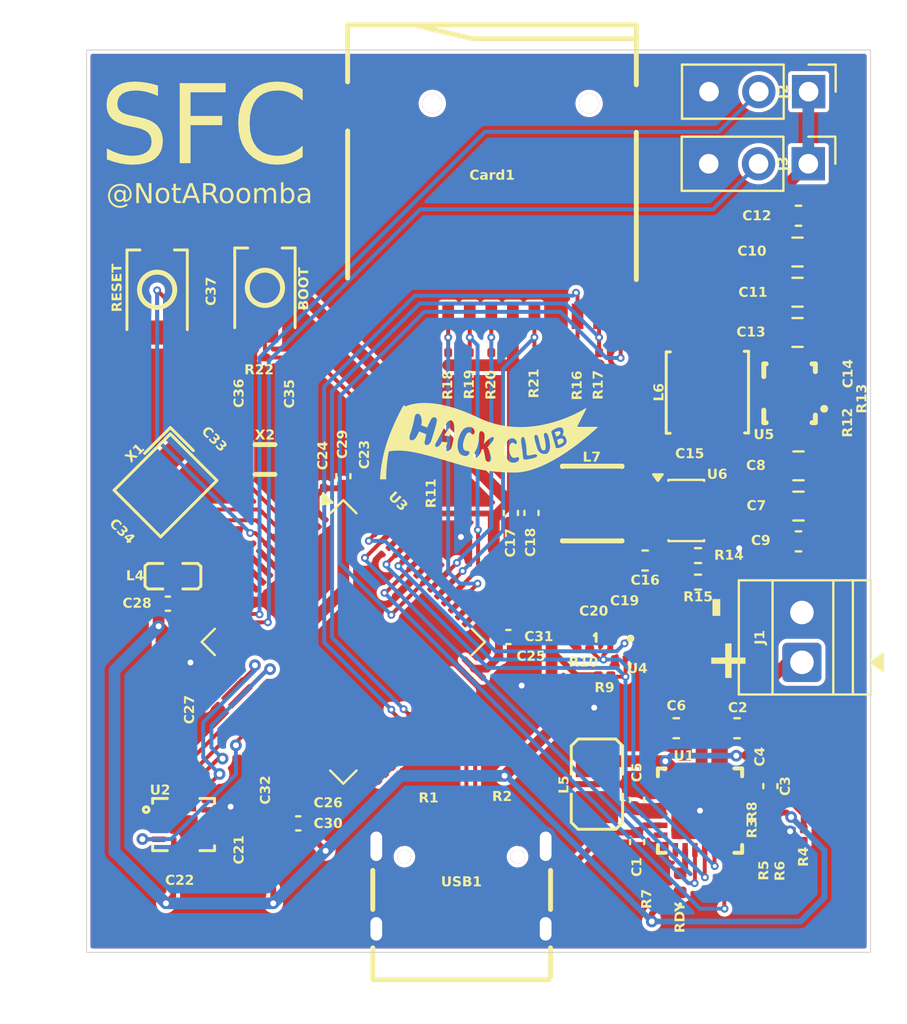
<source format=kicad_pcb>
(kicad_pcb (version 20241229) (generator "pcbnew") (generator_version "9.0")
  (layers (0 "F.Cu" signal) (2 "B.Cu" signal) (13 "F.Paste" user) (15 "B.Paste" user) (5 "F.SilkS" user "F.Silkscreen") (7 "B.SilkS" user "B.Silkscreen") (1 "F.Mask" user) (3 "B.Mask" user) (25 "Edge.Cuts" user))
  (net 0 "")
  (net 1 "VBUS")
  (net 2 "BAT+")
  (net 3 "GND")
  (net 4 "VREGN")
  (net 5 "Net-(U1-BTST)")
  (net 6 "/BTST")
  (net 7 "Net-(C5-Pad1)")
  (net 8 "VSYS")
  (net 9 "+5V")
  (net 10 "Net-(U5-Vaux)")
  (net 11 "Net-(U6-SW)")
  (net 12 "Net-(U6-CB)")
  (net 13 "+3.3V")
  (net 14 "Net-(U3-VCAP_1)")
  (net 15 "/HSE_IN")
  (net 16 "/HSE_OUT")
  (net 17 "/LSE_IN")
  (net 18 "/LSE_OUT")
  (net 19 "/RESET")
  (net 20 "/SD_DAT1")
  (net 21 "/SD_DAT0")
  (net 22 "/SD_CD")
  (net 23 "/SD_DAT2")
  (net 24 "/SD_DAT3")
  (net 25 "/SD_CLK")
  (net 26 "/SD_CMD")
  (net 27 "Net-(D1-K)")
  (net 28 "Net-(D1-A)")
  (net 29 "/SERVO1")
  (net 30 "/SERVO2")
  (net 31 "Net-(U3-VDDA)")
  (net 32 "Net-(U5-L1)")
  (net 33 "Net-(U5-L2)")
  (net 34 "Net-(USB1-CC1)")
  (net 35 "Net-(USB1-CC2)")
  (net 36 "Net-(U1-ILIM)")
  (net 37 "Net-(U1-TS)")
  (net 38 "/BQ_PG")
  (net 39 "/I2C_SDA")
  (net 40 "/I2C_SCL")
  (net 41 "/BQ_INT")
  (net 42 "Net-(U5-EN)")
  (net 43 "Net-(U5-PG)")
  (net 44 "Net-(U6-FB)")
  (net 45 "/BOOT")
  (net 49 "/BQ_CE")
  (net 50 "/ICM_INT1")
  (net 55 "/ICM_CS")
  (net 56 "/ICM_SCK")
  (net 57 "/ICM_INT2")
  (net 59 "/ICM_SDO")
  (net 60 "/ICM_SDI")
  (net 76 "/USB_DP")
  (net 81 "/BMP_INT")
  (net 82 "/USB_DN")
  (footprint "Capacitor_SMD:C_0402_1005Metric" (layer "F.Cu") (at 170.44 126.2 90)
    (property "Reference" "C5")
    (property "Value" "10uF")
  )
  (footprint "Capacitor_SMD:C_0201_0603Metric" (layer "F.Cu") (at 144.626777 112.071142 135)
    (property "Reference" "C34")
    (property "Value" "20pF")
  )
  (footprint "Resistor_SMD:R_0201_0603Metric" (layer "F.Cu") (at 177.74 128.7 90)
    (property "Reference" "R6")
    (property "Value" "10K")
  )
  (footprint "lcsc:CRYSTAL-SMD_4P-L3.2-W2.5-BL" (layer "F.Cu") (at 146.376777 110.171142 -135)
    (property "Reference" "X1")
    (property "Value" "X322525MOB4SI")
  )
  (footprint "Resistor_SMD:R_0201_0603Metric" (layer "F.Cu") (at 177.34 126.85)
    (property "Reference" "R8")
    (property "Value" "10K")
  )
  (footprint "Capacitor_SMD:C_0201_0603Metric" (layer "F.Cu") (at 154.45 110 90)
    (property "Reference" "C24")
    (property "Value" "100nF")
  )
  (footprint "Resistor_SMD:R_0201_0603Metric" (layer "F.Cu") (at 163 103.725 -90)
    (property "Reference" "R20")
    (property "Value" "10K")
  )
  (footprint "Capacitor_SMD:C_0201_0603Metric" (layer "F.Cu") (at 148.3 121.65 -90)
    (property "Reference" "C27")
    (property "Value" "100nF")
  )
  (footprint "Capacitor_SMD:C_0402_1005Metric" (layer "F.Cu") (at 170.44 128.35 -90)
    (property "Reference" "C1")
    (property "Value" "1uF")
  )
  (footprint "TerminalBlock:TerminalBlock_Xinya_XY308-2.54-2P_1x02_P2.54mm_Horizontal" (layer "F.Cu") (at 178.85 119.19 90)
    (property "Reference" "J1")
    (property "Value" "Screw_Terminal_01x02")
  )
  (footprint "Capacitor_SMD:C_0402_1005Metric" (layer "F.Cu") (at 146.5 116.2)
    (property "Reference" "C28")
    (property "Value" "1uF")
  )
  (footprint "lcsc:USB-C-SMD_TYPE-C-6PIN-2MD-073" (layer "F.Cu") (at 161.453434 130.396569)
    (property "Reference" "USB1")
    (property "Value" "TYPE-C 16PIN 2MD(073)")
  )
  (footprint "Capacitor_SMD:C_0603_1608Metric" (layer "F.Cu") (at 178.675 113.025)
    (property "Reference" "C9")
    (property "Value" "10uF")
  )
  (footprint "lcsc:VFQFPN-24_L4.0-W4.0-P0.50-BL-EP2.8" (layer "F.Cu") (at 173.64 126.75)
    (property "Reference" "U1")
    (property "Value" "BQ25883RGER")
  )
  (footprint "Capacitor_SMD:C_0201_0603Metric" (layer "F.Cu") (at 169.8 116.725)
    (property "Reference" "C19")
    (property "Value" "100nF")
  )
  (footprint "Capacitor_SMD:C_0402_1005Metric" (layer "F.Cu") (at 163.87 117.9)
    (property "Reference" "C31")
    (property "Value" "10uF")
  )
  (footprint "Capacitor_SMD:C_0805_2012Metric" (layer "F.Cu") (at 178.675 109.175)
    (property "Reference" "C8")
    (property "Value" "10uF")
  )
  (footprint "Capacitor_SMD:C_0805_2012Metric" (layer "F.Cu") (at 178.675 111.225)
    (property "Reference" "C7")
    (property "Value" "10uF")
  )
  (footprint "Capacitor_SMD:C_0201_0603Metric" (layer "F.Cu") (at 153.35 126.35 180)
    (property "Reference" "C26")
    (property "Value" "100nF")
  )
  (footprint "Capacitor_SMD:C_0603_1608Metric" (layer "F.Cu") (at 172.44 122.55 180)
    (property "Reference" "C6")
    (property "Value" "44uF")
  )
  (footprint "LED_SMD:LED_0402_1005Metric" (layer "F.Cu") (at 172.64 130.4325 90)
    (property "Reference" "RDY")
    (property "Value" "LED")
  )
  (footprint "Capacitor_SMD:C_0805_2012Metric" (layer "F.Cu") (at 178.625 98.275)
    (property "Reference" "C10")
    (property "Value" "22uF")
  )
  (footprint "Resistor_SMD:R_0201_0603Metric" (layer "F.Cu") (at 168.775 119.85 180)
    (property "Reference" "R9")
    (property "Value" "10K")
  )
  (footprint "lcsc:LGA-14_L3.0-W2.5-P0.50-TL" (layer "F.Cu") (at 147.3 127.46)
    (property "Reference" "U2")
    (property "Value" "ICM-45686")
  )
  (footprint "lcsc:IND-SMD_L3.0-W3.0" (layer "F.Cu") (at 168.15 111.1)
    (property "Reference" "L7")
    (property "Value" "YHNR3015-5R6M")
  )
  (footprint "Resistor_SMD:R_0201_0603Metric" (layer "F.Cu") (at 171.625 131.25 -90)
    (property "Reference" "R7")
    (property "Value" "10K")
  )
  (footprint "Resistor_SMD:R_0201_0603Metric" (layer "F.Cu") (at 180.525 106.97 -90)
    (property "Reference" "R12")
    (property "Value" "10K")
  )
  (footprint "Capacitor_SMD:C_0402_1005Metric" (layer "F.Cu") (at 153.15 127.4 180)
    (property "Reference" "C30")
    (property "Value" "1uF")
  )
  (footprint "Capacitor_SMD:C_0402_1005Metric" (layer "F.Cu") (at 177.24 125.5 90)
    (property "Reference" "C3")
    (property "Value" "10uF")
  )
  (footprint "Resistor_SMD:R_0201_0603Metric" (layer "F.Cu") (at 178.94 128 90)
    (property "Reference" "R4")
    (property "Value" "5.23K")
  )
  (footprint "Resistor_SMD:R_0201_0603Metric" (layer "F.Cu") (at 177.35 127.6)
    (property "Reference" "R3")
    (property "Value" "383")
  )
  (footprint "Capacitor_SMD:C_0603_1608Metric" (layer "F.Cu") (at 178.675 96.425)
    (property "Reference" "C12")
    (property "Value" "10uF")
  )
  (footprint "Capacitor_SMD:C_0201_0603Metric" (layer "F.Cu") (at 152.15 125.75 -90)
    (property "Reference" "C32")
    (property "Value" "2.2uF")
  )
  (footprint "lcsc:VQFN-HR-15_L3.0-W2.5-P0.50-BL_TPS63070RNMR" (layer "F.Cu") (at 178.355 105.475 90)
    (property "Reference" "U5")
    (property "Value" "TPS63070RNMR")
  )
  (footprint "lcsc:IND-SMD_L4.0-W4.0-A" (layer "F.Cu") (at 174.025 105.425 -90)
    (property "Reference" "L6")
    (property "Value" "XFL4020-152MEC")
  )
  (footprint "Resistor_SMD:R_0201_0603Metric" (layer "F.Cu") (at 163.553434 126.729069)
    (property "Reference" "R2")
    (property "Value" "5.1K")
  )
  (footprint "Package_QFP:LQFP-64_10x10mm_P0.5mm" (layer "F.Cu") (at 155.45 118.15 -45)
    (property "Reference" "U3")
    (property "Value" "STM32F722RETx")
  )
  (footprint "Capacitor_SMD:C_0201_0603Metric" (layer "F.Cu") (at 148.326777 108.321142 -45)
    (property "Reference" "C33")
    (property "Value" "20pF")
  )
  (footprint "Connector_PinHeader_2.54mm:PinHeader_1x03_P2.54mm_Vertical" (layer "F.Cu") (at 179.175 93.775 -90)
    (property "Reference" "J3")
    (property "Value" "Conn_01x03")
  )
  (footprint "lcsc:L0603" (layer "F.Cu") (at 146.75 114.8 180)
    (property "Reference" "L4")
    (property "Value" "FCM1608KF-601T03")
  )
  (footprint "Capacitor_SMD:C_0201_0603Metric" (layer "F.Cu") (at 168.225 117.25 180)
    (property "Reference" "C20")
    (property "Value" "100nF")
  )
  (footprint "Capacitor_SMD:C_0201_0603Metric" (layer "F.Cu") (at 148.07 100.28 -90)
    (property "Reference" "C37")
    (property "Value" "100nF")
  )
  (footprint "Resistor_SMD:R_0201_0603Metric" (layer "F.Cu") (at 161.9 103.725 -90)
    (property "Reference" "R19")
    (property "Value" "10K")
  )
  (footprint "lcsc:SW-SMD_L3.9-W3.0-P4.45" (layer "F.Cu") (at 145.95 100.2 -90)
    (property "Reference" "RESET")
    (property "Value" "TS-1088-AR02016")
  )
  (footprint "Capacitor_SMD:C_0201_0603Metric" (layer "F.Cu") (at 149.5 128.75 -90)
    (property "Reference" "C21")
    (property "Value" "100nF")
  )
  (footprint "Resistor_SMD:R_0201_0603Metric" (layer "F.Cu") (at 168.5 103.725 -90)
    (property "Reference" "R17")
    (property "Value" "10K")
  )
  (footprint "Resistor_SMD:R_0201_0603Metric" (layer "F.Cu") (at 160.8 103.725 -90)
    (property "Reference" "R18")
    (property "Value" "10K")
  )
  (footprint "Resistor_SMD:R_0402_1005Metric" (layer "F.Cu") (at 173.55 113.75 180)
    (property "Reference" "R14")
    (property "Value" "100K")
  )
  (footprint "lcsc:L2520" (layer "F.Cu") (at 168.39 125.4 -90)
    (property "Reference" "L5")
    (property "Value" "DFE252012F-1R0M=P2")
  )
  (footprint "Capacitor_SMD:C_0402_1005Metric" (layer "F.Cu") (at 164 111.575 -90)
    (property "Reference" "C17")
    (property "Value" "22uF")
  )
  (footprint "lcsc:FC-135R_L3.2-W1.5" (layer "F.Cu") (at 151.45 108.85 180)
    (property "Reference" "X2")
    (property "Value" "Q13FC1350000400")
  )
  (footprint "lcsc:TF-SMD_TF-01A" (layer "F.Cu") (at 163.04 96.27 180)
    (property "Reference" "Card1")
    (property "Value" "TF-01A")
  )
  (footprint "Capacitor_SMD:C_0201_0603Metric" (layer "F.Cu") (at 176.04 124.25 -90)
    (property "Reference" "C4")
    (property "Value" "47nF")
  )
  (footprint "Resistor_SMD:R_0201_0603Metric" (layer "F.Cu") (at 176.94 128.7 90)
    (property "Reference" "R5")
    (property "Value" "30.1K")
  )
  (footprint "Capacitor_SMD:C_0402_1005Metric" (layer "F.Cu") (at 155.45 109.7 90)
    (property "Reference" "C29")
    (property "Value" "1uF")
  )
  (footprint "Capacitor_SMD:C_0201_0603Metric" (layer "F.Cu") (at 152.725 106.815 90)
    (property "Reference" "C35")
    (property "Value" "20pF")
  )
  (footprint "lcsc:LGA-10_L2.0-W2.0-P0.50-TL_BMP580" (layer "F.Cu") (at 169.85 118.225)
    (property "Reference" "U4")
    (property "Value" "BMP580")
  )
  (footprint "Capacitor_SMD:C_0201_0603Metric" (layer "F.Cu") (at 150.175 106.815 90)
    (property "Reference" "C36")
    (property "Value" "20pF")
  )
  (footprint "Package_TO_SOT_SMD:SOT-23-6" (layer "F.Cu") (at 172.95 111.45)
    (property "Reference" "U6")
    (property "Value" "LMR51430")
  )
  (footprint "Resistor_SMD:R_0201_0603Metric" (layer "F.Cu") (at 165.2 103.725 -90)
    (property "Reference" "R21")
    (property "Value" "10K")
  )
  (footprint "Capacitor_SMD:C_0201_0603Metric" (layer "F.Cu") (at 180.525 104.475 90)
    (property "Reference" "C14")
    (property "Value" "100nF")
  )
  (footprint "Resistor_SMD:R_0402_1005Metric" (layer "F.Cu") (at 173.55 115.1)
    (property "Reference" "R15")
    (property "Value" "22.1K")
  )
  (footprint "Capacitor_SMD:C_0201_0603Metric" (layer "F.Cu") (at 156.525 109.975 90)
    (property "Reference" "C23")
    (property "Value" "100nF")
  )
  (footprint "Capacitor_SMD:C_0805_2012Metric" (layer "F.Cu") (at 178.625 100.325)
    (property "Reference" "C11")
    (property "Value" "22uF")
  )
  (footprint "Resistor_SMD:R_0201_0603Metric" (layer "F.Cu") (at 180.875 105.725 180)
    (property "Reference" "R13")
    (property "Value" "10K")
  )
  (footprint "Capacitor_SMD:C_0201_0603Metric" (layer "F.Cu") (at 147.09 129.61)
    (property "Reference" "C22")
    (property "Value" "100nF")
  )
  (footprint "Resistor_SMD:R_0201_0603Metric" (layer "F.Cu") (at 151.15 103.65)
    (property "Reference" "R22")
    (property "Value" "10K")
  )
  (footprint "Resistor_SMD:R_0201_0603Metric" (layer "F.Cu") (at 159.808434 126.779069 180)
    (property "Reference" "R1")
    (property "Value" "5.1K")
  )
  (footprint "Capacitor_SMD:C_0402_1005Metric" (layer "F.Cu") (at 165.05 111.575 -90)
    (property "Reference" "C18")
    (property "Value" "22uF")
  )
  (footprint "Resistor_SMD:R_0201_0603Metric" (layer "F.Cu") (at 159.95 111.925 90)
    (property "Reference" "R11")
    (property "Value" "10K")
  )
  (footprint "Capacitor_SMD:C_0201_0603Metric" (layer "F.Cu") (at 173.13 109.25 180)
    (property "Reference" "C15")
    (property "Value" "100nF")
  )
  (footprint "lcsc:SW-SMD_L3.9-W3.0-P4.45" (layer "F.Cu") (at 151.45 100.1 -90)
    (property "Reference" "BOOT")
    (property "Value" "TS-1088-AR02016")
  )
  (footprint "Capacitor_SMD:C_0805_2012Metric" (layer "F.Cu") (at 178.625 102.375)
    (property "Reference" "C13")
    (property "Value" "22uF")
  )
  (footprint "Capacitor_SMD:C_0201_0603Metric" (layer "F.Cu") (at 163.705 118.9)
    (property "Reference" "C25")
    (property "Value" "100nF")
  )
  (footprint "Resistor_SMD:R_0201_0603Metric" (layer "F.Cu") (at 167.4 103.725 -90)
    (property "Reference" "R16")
    (property "Value" "10K")
  )
  (footprint "Capacitor_SMD:C_0603_1608Metric" (layer "F.Cu") (at 175.54 122.55)
    (property "Reference" "C2")
    (property "Value" "10uF")
  )
  (footprint "Resistor_SMD:R_0201_0603Metric" (layer "F.Cu") (at 167.7 118.525 180)
    (property "Reference" "R10")
    (property "Value" "10K")
  )
  (footprint "Capacitor_SMD:C_0603_1608Metric" (layer "F.Cu") (at 170.85 114 180)
    (property "Reference" "C16")
    (property "Value" "2.2uF")
  )
  (footprint "Connector_PinHeader_2.54mm:PinHeader_1x03_P2.54mm_Vertical" (layer "F.Cu") (at 179.19 90.1 -90)
    (property "Reference" "J2")
    (property "Value" "Conn_01x03")
  )
  (gr_poly (pts (xy 166.452961 107.406313) (xy 166.460707 107.407038) (xy 166.464467 107.407593) (xy 166.468147 107.40828) (xy 166.471747 107.409103) (xy 166.475263 107.410065) (xy 166.478695 107.41117) (xy 166.482039 107.412421) (xy 166.485294 107.413822) (xy 166.488458 107.415376) (xy 166.491529 107.417087) (xy 166.494504 107.418958) (xy 166.497381 107.420992) (xy 166.50016 107.423193) (xy 166.502836 107.425565) (xy 166.505409 107.428111) (xy 166.507876 107.430834) (xy 166.510235 107.433737) (xy 166.512484 107.436825) (xy 166.514621 107.440101) (xy 166.516645 107.443568) (xy 166.518552 107.447229) (xy 166.52034 107.451088) (xy 166.522009 107.455149) (xy 166.523555 107.459415) (xy 166.524977 107.46389) (xy 166.526272 107.468576) (xy 166.527439 107.473478) (xy 166.529227 107.48484) (xy 166.529612 107.496013) (xy 166.528681 107.506983) (xy 166.526523 107.51774) (xy 166.523226 107.528274) (xy 166.518879 107.538572) (xy 166.513569 107.548624) (xy 166.507386 107.558418) (xy 166.500417 107.567944) (xy 166.49275 107.577189) (xy 166.484475 107.586144) (xy 166.47568 107.594797) (xy 166.466452 107.603136) (xy 166.456881 107.611151) (xy 166.43706 107.626162) (xy 166.416924 107.639742) (xy 166.39718 107.6518) (xy 166.378535 107.662248) (xy 166.361694 107.670997) (xy 166.336256 107.683039) (xy 166.326521 107.687211) (xy 166.232552 107.467152) (xy 166.339166 107.428789) (xy 166.365093 107.420508) (xy 166.377754 107.416886) (xy 166.390165 107.413687) (xy 166.402292 107.410971) (xy 166.414099 107.408795) (xy 166.425551 107.407218) (xy 166.436612 107.406298) (xy 166.444923 107.406075)) (fill yes) (layer "F.SilkS"))
  (gr_poly (pts (xy 158.570451 106.093788) (xy 158.574167 106.094025) (xy 158.577997 106.09443) (xy 158.581735 106.095046) (xy 158.585178 106.095901) (xy 158.588335 106.096984) (xy 158.591215 106.098283) (xy 158.593825 106.099789) (xy 158.596175 106.10149) (xy 158.598274 106.103376) (xy 158.600128 106.105435) (xy 158.601748 106.107656) (xy 158.60314 106.11003) (xy 158.604315 106.112545) (xy 158.60528 106.11519) (xy 158.606044 106.117954) (xy 158.606616 106.120827) (xy 158.607003 106.123797) (xy 158.607214 106.126854) (xy 158.607258 106.129987) (xy 158.607143 106.133185) (xy 158.606878 106.136437) (xy 158.606472 106.139733) (xy 158.605932 106.143061) (xy 158.605267 106.146411) (xy 158.603596 106.153132) (xy 158.601528 106.15981) (xy 158.59913 106.166358) (xy 158.59647 106.172688) (xy 158.593616 106.178714) (xy 158.518665 106.337) (xy 158.442314 106.505504) (xy 158.347647 106.723077) (xy 158.240366 106.981841) (xy 158.183776 107.124208) (xy 158.126171 107.273919) (xy 158.068263 107.429988) (xy 158.010764 107.59143) (xy 157.954388 107.757262) (xy 157.899847 107.926499) (xy 157.849972 108.097601) (xy 157.8068 108.268727) (xy 157.76985 108.438438) (xy 157.738641 108.605296) (xy 157.712692 108.767864) (xy 157.691522 108.924704) (xy 157.661597 109.215443) (xy 157.645018 109.466011) (xy 157.637938 109.664901) (xy 157.636891 109.861631) (xy 157.323661 109.861631) (xy 157.325414 109.789051) (xy 157.335363 109.649084) (xy 157.355741 109.451236) (xy 157.38878 109.205014) (xy 157.410746 109.066733) (xy 157.436714 108.919923) (xy 157.466964 108.765772) (xy 157.501774 108.605469) (xy 157.541425 108.440202) (xy 157.586194 108.271159) (xy 157.636361 108.099529) (xy 157.692206 107.926499) (xy 157.81584 107.584534) (xy 157.947108 107.257875) (xy 158.079216 106.955361) (xy 158.205371 106.685834) (xy 158.318779 106.458136) (xy 158.412647 106.281105) (xy 158.480181 106.163584) (xy 158.514588 106.114413) (xy 158.515612 106.113339) (xy 158.516886 106.112119) (xy 158.518664 106.110551) (xy 158.520943 106.108719) (xy 158.523717 106.106704) (xy 158.52529 106.105653) (xy 158.526985 106.104587) (xy 158.528803 106.103515) (xy 158.530742 106.102449) (xy 158.532803 106.101399) (xy 158.534985 106.100374) (xy 158.537288 106.099385) (xy 158.539711 106.098442) (xy 158.542254 106.097555) (xy 158.544915 106.096734) (xy 158.547696 106.095991) (xy 158.550595 106.095334) (xy 158.553612 106.094774) (xy 158.556747 106.094321) (xy 158.559998 106.093986) (xy 158.563367 106.093779) (xy 158.566851 106.093709)) (fill yes) (layer "F.SilkS"))
  (gr_poly (pts (xy 166.570996 107.779659) (xy 166.580126 107.780165) (xy 166.589116 107.781201) (xy 166.59794 107.782796) (xy 166.602282 107.783813) (xy 166.606573 107.784982) (xy 166.61081 107.786306) (xy 166.614989 107.787789) (xy 166.619107 107.789436) (xy 166.623162 107.79125) (xy 166.62715 107.793234) (xy 166.631067 107.795394) (xy 166.634911 107.797732) (xy 166.638678 107.800252) (xy 166.642365 107.802959) (xy 166.645969 107.805857) (xy 166.649486 107.808948) (xy 166.652914 107.812237) (xy 166.656249 107.815729) (xy 166.659488 107.819426) (xy 166.662628 107.823333) (xy 166.665666 107.827453) (xy 166.668597 107.831791) (xy 166.67142 107.83635) (xy 166.674131 107.841134) (xy 166.676726 107.846147) (xy 166.679203 107.851393) (xy 166.681558 107.856875) (xy 166.687063 107.872862) (xy 166.690332 107.88823) (xy 166.691502 107.90299) (xy 166.690707 107.917153) (xy 166.688083 107.930729) (xy 166.683765 107.94373) (xy 166.677888 107.956165) (xy 166.670589 107.968046) (xy 166.662003 107.979384) (xy 166.652264 107.990188) (xy 166.641508 108.000471) (xy 166.629871 108.010242) (xy 166.617489 108.019512) (xy 166.604495 108.028292) (xy 166.577219 108.044426) (xy 166.549125 108.05873) (xy 166.521297 108.071288) (xy 166.470772 108.091513) (xy 166.434308 108.105789) (xy 166.424057 108.110911) (xy 166.421401 108.113005) (xy 166.420572 108.114803) (xy 166.358767 107.856875) (xy 166.377178 107.845138) (xy 166.398045 107.833058) (xy 166.424779 107.81914) (xy 166.439898 107.812032) (xy 166.455947 107.805113) (xy 166.472747 107.798598) (xy 166.49012 107.792704) (xy 166.507885 107.787646) (xy 166.525865 107.78364) (xy 166.54388 107.780903) (xy 166.561752 107.77965)) (fill yes) (layer "F.SilkS"))
  (gr_poly (pts (xy 159.715865 105.968908) (xy 159.95746 105.984166) (xy 160.223108 106.016771) (xy 160.365102 106.040382) (xy 160.513289 106.069294) (xy 160.667729 106.103829) (xy 160.828482 106.144308) (xy 160.995608 106.191052) (xy 161.169166 106.244383) (xy 161.349218 106.304622) (xy 161.535822 106.372092) (xy 161.729039 106.447112) (xy 161.928929 106.530006) (xy 162.135551 106.621093) (xy 162.348965 106.720697) (xy 162.583035 106.825436) (xy 162.816846 106.915632) (xy 163.050015 106.991967) (xy 163.28216 107.05512) (xy 163.5129 107.105774) (xy 163.741852 107.144609) (xy 163.968635 107.172306) (xy 164.192866 107.189546) (xy 164.414164 107.19701) (xy 164.632146 107.195379) (xy 164.846431 107.185335) (xy 165.056636 107.167557) (xy 165.262379 107.142727) (xy 165.46328 107.111527) (xy 165.658955 107.074636) (xy 165.849022 107.032736) (xy 166.210807 106.936634) (xy 166.545578 106.828667) (xy 166.85028 106.714284) (xy 167.121857 106.598932) (xy 167.357253 106.48806) (xy 167.553411 106.387115) (xy 167.815794 106.236799) (xy 167.817229 106.236024) (xy 167.818716 106.235437) (xy 167.820246 106.235028) (xy 167.821811 106.234791) (xy 167.823404 106.234718) (xy 167.825016 106.234801) (xy 167.826641 106.235033) (xy 167.828269 106.235406) (xy 167.829892 106.235913) (xy 167.831504 106.236546) (xy 167.833096 106.237297) (xy 167.83466 106.23816) (xy 167.836188 106.239126) (xy 167.837672 106.240187) (xy 167.839105 106.241337) (xy 167.840478 106.242568) (xy 167.841783 106.243872) (xy 167.843013 106.245241) (xy 167.84416 106.246669) (xy 167.845215 106.248146) (xy 167.846171 106.249667) (xy 167.84702 106.251223) (xy 167.847754 106.252807) (xy 167.848365 106.254411) (xy 167.848845 106.256027) (xy 167.849187 106.257649) (xy 167.849381 106.259268) (xy 167.849421 106.260877) (xy 167.849298 106.262468) (xy 167.849004 106.264034) (xy 167.848533 106.265567) (xy 167.847874 106.26706) (xy 167.393164 107.152174) (xy 167.39254 107.153489) (xy 167.392015 107.154816) (xy 167.391585 107.156151) (xy 167.391248 107.157491) (xy 167.391003 107.158833) (xy 167.390847 107.160173) (xy 167.390779 107.161508) (xy 167.390796 107.162833) (xy 167.390896 107.164147) (xy 167.391077 107.165444) (xy 167.391338 107.166723) (xy 167.391675 107.167978) (xy 167.392088 107.169207) (xy 167.392574 107.170407) (xy 167.39313 107.171573) (xy 167.393756 107.172702) (xy 167.394449 107.173791) (xy 167.395206 107.174837) (xy 167.396027 107.175835) (xy 167.396908 107.176782) (xy 167.397848 107.177676) (xy 167.398844 107.178512) (xy 167.399895 107.179286) (xy 167.400999 107.179996) (xy 167.402153 107.180638) (xy 167.403356 107.181208) (xy 167.404605 107.181704) (xy 167.405899 107.18212) (xy 167.407235 107.182455) (xy 167.408612 107.182704) (xy 167.410026 107.182864) (xy 167.411477 107.182932) (xy 167.778844 107.185971) (xy 168.070604 107.185958) (xy 168.40383 107.18318) (xy 168.405601 107.18322) (xy 168.407321 107.183383) (xy 168.408986 107.183665) (xy 168.410594 107.184058) (xy 168.412141 107.184559) (xy 168.413625 107.18516) (xy 168.415042 107.185857) (xy 168.416389 107.186644) (xy 168.417664 107.187515) (xy 168.418863 107.188464) (xy 168.419983 107.189487) (xy 168.421022 107.190577) (xy 168.421976 107.191728) (xy 168.422842 107.192936) (xy 168.423617 107.194194) (xy 168.424298 107.195497) (xy 168.424882 107.19684) (xy 168.425367 107.198216) (xy 168.425748 107.19962) (xy 168.426023 107.201046) (xy 168.42619 107.20249) (xy 168.426244 107.203944) (xy 168.426183 107.205404) (xy 168.426004 107.206864) (xy 168.425703 107.208318) (xy 168.425279 107.209761) (xy 168.424727 107.211187) (xy 168.424045 107.21259) (xy 168.42323 107.213965) (xy 168.422278 107.215306) (xy 168.421187 107.216608) (xy 168.419953 107.217865) (xy 168.220174 107.400658) (xy 167.871803 107.700495) (xy 167.402367 108.073789) (xy 167.130851 108.274361) (xy 166.839391 108.476953) (xy 166.531428 108.676114) (xy 166.210403 108.866398) (xy 165.879755 109.042356) (xy 165.542927 109.198539) (xy 165.203358 109.329499) (xy 165.033622 109.383818) (xy 164.86449 109.429788) (xy 164.696394 109.466728) (xy 164.529764 109.493957) (xy 164.365029 109.510793) (xy 164.202619 109.516557) (xy 163.864767 109.511615) (xy 163.545321 109.497314) (xy 163.242771 109.474443) (xy 162.955606 109.443791) (xy 162.682316 109.406146) (xy 162.421389 109.362299) (xy 162.171315 109.313036) (xy 161.930584 109.259148) (xy 161.697685 109.201423) (xy 161.471107 109.140649) (xy 161.030872 109.013113) (xy 160.597793 108.88285) (xy 160.159786 108.756169) (xy 159.995943 108.711963) (xy 162.064825 108.711963) (xy 162.06585 108.724745) (xy 162.068224 108.736645) (xy 162.0719 108.747599) (xy 162.076827 108.757543) (xy 162.082955 108.766414) (xy 162.090237 108.774148) (xy 162.098621 108.780681) (xy 162.10806 108.785949) (xy 162.118502 108.789888) (xy 162.1299 108.792435) (xy 162.142203 108.793526) (xy 162.155363 108.793097) (xy 162.16933 108.791083) (xy 162.184053 108.787423) (xy 162.199485 108.782051) (xy 162.215576 108.774903) (xy 162.232276 108.765917) (xy 162.249535 108.755028) (xy 162.267305 108.742172) (xy 162.285537 108.727286) (xy 162.30418 108.710305) (xy 162.323185 108.691166) (xy 162.342503 108.669806) (xy 162.362084 108.64616) (xy 162.38188 108.620165) (xy 162.40184 108.591756) (xy 162.411591 108.576943) (xy 162.421373 108.559925) (xy 162.431096 108.541137) (xy 162.440669 108.521017) (xy 162.45 108.5) (xy 162.458998 108.478523) (xy 162.475632 108.435931) (xy 162.48984 108.39673) (xy 162.500891 108.364409) (xy 162.510609 108.334366) (xy 162.603544 108.323907) (xy 162.646475 108.521702) (xy 162.679933 108.689975) (xy 162.693766 108.768423) (xy 162.703424 108.834304) (xy 162.70599 108.847957) (xy 162.709881 108.86118) (xy 162.715005 108.873916) (xy 162.721271 108.886109) (xy 162.728586 108.897701) (xy 162.736861 108.908635) (xy 162.746003 108.918856) (xy 162.755921 108.928306) (xy 162.766523 108.936928) (xy 162.777718 108.944666) (xy 162.789415 108.951462) (xy 162.801522 108.95726) (xy 162.813947 108.962004) (xy 162.826599 108.965635) (xy 162.839387 108.968099) (xy 162.852218 108.969336) (xy 162.865003 108.969292) (xy 162.877648 108.967909) (xy 162.890064 108.965129) (xy 162.902157 108.960898) (xy 162.913837 108.955157) (xy 162.925013 108.947849) (xy 162.935592 108.938919) (xy 162.945484 108.928309) (xy 162.954596 108.915962) (xy 162.962838 108.901822) (xy 162.970118 108.885832) (xy 162.976344 108.867934) (xy 162.981426 108.848073) (xy 162.98527 108.826191) (xy 162.987787 108.802231) (xy 162.988885 108.776137) (xy 162.984189 108.737229) (xy 162.977061 108.695025) (xy 162.967441 108.649511) (xy 162.955266 108.600671) (xy 162.940474 108.548489) (xy 162.923005 108.49295) (xy 162.902796 108.434039) (xy 162.879785 108.371738) (xy 162.87351 108.354726) (xy 163.715829 108.354726) (xy 163.716323 108.405348) (xy 163.718062 108.44343) (xy 163.720713 108.480465) (xy 163.724271 108.516435) (xy 163.728727 108.551318) (xy 163.734077 108.585096) (xy 163.740313 108.617749) (xy 163.747429 108.649255) (xy 163.755417 108.679597) (xy 163.764272 108.708753) (xy 163.773986 108.736705) (xy 163.784554 108.763431) (xy 163.795968 108.788912) (xy 163.808222 108.813129) (xy 163.821309 108.836061) (xy 163.835222 108.857689) (xy 163.849956 108.877993) (xy 163.865502 108.896952) (xy 163.881856 108.914547) (xy 163.899009 108.930759) (xy 163.916956 108.945567) (xy 163.93569 108.958951) (xy 163.955203 108.970891) (xy 163.97549 108.981368) (xy 163.996544 108.990362) (xy 164.018359 108.997853) (xy 164.040926 109.003821) (xy 164.064241 109.008245) (xy 164.088296 109.011108) (xy 164.113085 109.012387) (xy 164.138601 109.012064) (xy 164.164838 109.010119) (xy 164.191788 109.006531) (xy 164.218051 109.001648) (xy 164.242279 108.995876) (xy 164.264546 108.989282) (xy 164.284925 108.981935) (xy 164.30349 108.9739) (xy 164.320314 108.965245) (xy 164.33547 108.956037) (xy 164.349034 108.946344) (xy 164.361076 108.936231) (xy 164.371673 108.925767) (xy 164.380896 108.915017) (xy 164.38882 108.904051) (xy 164.395517 108.892933) (xy 164.401062 108.881732) (xy 164.405528 108.870515) (xy 164.408989 108.859348) (xy 164.411518 108.848298) (xy 164.413188 108.837434) (xy 164.414074 108.826821) (xy 164.414248 108.816527) (xy 164.413784 108.806619) (xy 164.412757 108.797163) (xy 164.411238 108.788228) (xy 164.409302 108.77988) (xy 164.407023 108.772186) (xy 164.404473 108.765214) (xy 164.401727 108.759029) (xy 164.398858 108.7537) (xy 164.395939 108.749294) (xy 164.393045 108.745876) (xy 164.390247 108.743516) (xy 164.387621 108.742279) (xy 164.383754 108.741033) (xy 164.380072 108.739469) (xy 164.372506 108.735907) (xy 164.36824 108.734169) (xy 164.363398 108.732633) (xy 164.35779 108.731428) (xy 164.351223 108.730686) (xy 164.343509 108.730535) (xy 164.334456 108.731105) (xy 164.323874 108.732527) (xy 164.311573 108.73493) (xy 164.297361 108.738444) (xy 164.281048 108.7432) (xy 164.262443 108.749327) (xy 164.241356 108.756955) (xy 164.230242 108.760877) (xy 164.219299 108.764223) (xy 164.208523 108.766987) (xy 164.197912 108.769162) (xy 164.187464 108.770743) (xy 164.177175 108.771723) (xy 164.167042 108.772097) (xy 164.157064 108.771858) (xy 164.147237 108.771) (xy 164.137558 108.769518) (xy 164.128025 108.767405) (xy 164.118636 108.764655) (xy 164.109386 108.761262) (xy 164.100274 108.757221) (xy 164.091298 108.752525) (xy 164.082453 108.747168) (xy 164.073738 108.741144) (xy 164.065149 108.734447) (xy 164.056684 108.727071) (xy 164.048341 108.719011) (xy 164.040116 108.710259) (xy 164.032007 108.70081) (xy 164.02401 108.690659) (xy 164.016125 108.679798) (xy 164.008346 108.668222) (xy 164.000673 108.655925) (xy 163.985629 108.629143) (xy 163.970973 108.599405) (xy 163.956681 108.566661) (xy 163.947644 108.542165) (xy 163.939279 108.515262) (xy 163.931723 108.48628) (xy 163.925115 108.455545) (xy 163.919591 108.423381) (xy 163.91529 108.390117) (xy 163.912349 108.356077) (xy 163.910906 108.321588) (xy 163.9111 108.286976) (xy 163.913066 108.252566) (xy 163.916945 108.218685) (xy 163.922872 108.185659) (xy 163.930986 108.153814) (xy 163.941425 108.123476) (xy 163.947559 108.108974) (xy 163.954326 108.094971) (xy 163.961743 108.081507) (xy 163.969828 108.068625) (xy 163.972339 108.064985) (xy 163.974841 108.061509) (xy 163.977331 108.058192) (xy 163.979807 108.05503) (xy 163.982268 108.052017) (xy 163.98471 108.049149) (xy 163.989534 108.043829) (xy 163.994263 108.039031) (xy 163.998882 108.034718) (xy 164.003375 108.03085) (xy 164.007726 108.027389) (xy 164.01192 108.024298) (xy 164.015941 108.021538) (xy 164.019774 108.019072) (xy 164.023402 108.01686) (xy 164.03556 108.009796) (xy 164.040595 108.006913) (xy 164.045629 108.004391) (xy 164.050654 108.002215) (xy 164.05566 108.000369) (xy 164.060641 107.998836) (xy 164.065586 107.9976) (xy 164.070487 107.996646) (xy 164.075336 107.995957) (xy 164.080124 107.995517) (xy 164.084843 107.99531) (xy 164.089483 107.99532) (xy 164.094037 107.99553) (xy 164.098495 107.995925) (xy 164.10285 107.996489) (xy 164.107092 107.997205) (xy 164.111213 107.998057) (xy 164.115204 107.999029) (xy 164.119057 108.000106) (xy 164.126314 108.002506) (xy 164.132915 108.005129) (xy 164.138791 108.007845) (xy 164.143874 108.010527) (xy 164.148094 108.013045) (xy 164.151382 108.015269) (xy 164.153672 108.017072) (xy 164.167419 108.026613) (xy 164.180465 108.034854) (xy 164.192816 108.041839) (xy 164.204479 108.047612) (xy 164.21546 108.052218) (xy 164.225768 108.055702) (xy 164.235408 108.058107) (xy 164.244388 108.05948) (xy 164.252714 108.059863) (xy 164.260394 108.059302) (xy 164.267434 108.05784) (xy 164.273841 108.055523) (xy 164.279623 108.052395) (xy 164.284786 108.048501) (xy 164.289336 108.043885) (xy 164.293282 108.038591) (xy 164.296629 108.032664) (xy 164.299385 108.026148) (xy 164.301557 108.019089) (xy 164.303152 108.011529) (xy 164.304175 108.003515) (xy 164.304636 107.99509) (xy 164.304539 107.9863) (xy 164.303893 107.977187) (xy 164.302704 107.967798) (xy 164.300979 107.958176) (xy 164.298725 107.948366) (xy 164.295949 107.938412) (xy 164.292658 107.928359) (xy 164.288858 107.918252) (xy 164.284557 107.908134) (xy 164.279762 107.898051) (xy 164.268442 107.882686) (xy 164.256867 107.868217) (xy 164.246508 107.856338) (xy 164.520119 107.856338) (xy 164.520956 107.886822) (xy 164.522848 107.919488) (xy 164.529325 107.99035) (xy 164.538611 108.066881) (xy 164.549763 108.147039) (xy 164.5739 108.310069) (xy 164.585001 108.388856) (xy 164.594203 108.463102) (xy 164.616012 108.669074) (xy 164.620286 108.705541) (xy 164.625016 108.740663) (xy 164.630664 108.776771) (xy 164.637694 108.816197) (xy 164.641224 108.825856) (xy 164.647745 108.833958) (xy 164.657054 108.840585) (xy 164.668952 108.845817) (xy 164.683238 108.849734) (xy 164.699711 108.852416) (xy 164.718169 108.853944) (xy 164.738413 108.854398) (xy 164.783453 108.852405) (xy 164.833223 108.847081) (xy 164.886119 108.839069) (xy 164.940532 108.82901) (xy 165.047488 108.805328) (xy 165.141239 108.781176) (xy 165.208933 108.761697) (xy 165.237719 108.752035) (xy 165.240816 108.750514) (xy 165.244975 108.748935) (xy 165.255939 108.74523) (xy 165.26247 108.742914) (xy 165.26952 108.740165) (xy 165.276952 108.736888) (xy 165.284631 108.73299) (xy 165.292419 108.728374) (xy 165.296312 108.725769) (xy 165.300182 108.722949) (xy 165.304011 108.719903) (xy 165.307783 108.71662) (xy 165.31148 108.713086) (xy 165.315085 108.709292) (xy 165.318582 108.705224) (xy 165.321953 108.700871) (xy 165.325182 108.696222) (xy 165.328251 108.691264) (xy 165.331144 108.685986) (xy 165.333843 108.680376) (xy 165.336331 108.674422) (xy 165.338592 108.668113) (xy 165.340795 108.661862) (xy 165.342139 108.655837) (xy 165.342664 108.650039) (xy 165.342408 108.644472) (xy 165.341408 108.639138) (xy 165.339704 108.634039) (xy 165.337334 108.629179) (xy 165.334337 108.624561) (xy 165.33075 108.620186) (xy 165.326613 108.616058) (xy 165.321964 108.612179) (xy 165.316842 108.608552) (xy 165.311284 108.60518) (xy 165.30533 108.602066) (xy 165.292386 108.59662) (xy 165.278318 108.592236) (xy 165.263433 108.588937) (xy 165.248039 108.586743) (xy 165.232445 108.585677) (xy 165.216958 108.58576) (xy 165.201886 108.587014) (xy 165.187537 108.58946) (xy 165.174219 108.59312) (xy 165.141038 108.602989) (xy 165.09543 108.614481) (xy 165.042069 108.626067) (xy 165.013944 108.631418) (xy 164.985633 108.636218) (xy 164.957723 108.640278) (xy 164.930798 108.643405) (xy 164.905441 108.64541) (xy 164.882238 108.6461) (xy 164.861774 108.645285) (xy 164.852751 108.644254) (xy 164.844632 108.642774) (xy 164.83749 108.640822) (xy 164.831397 108.638375) (xy 164.826428 108.635408) (xy 164.822654 108.631898) (xy 164.81692 108.619823) (xy 164.812187 108.599352) (xy 164.808252 108.571374) (xy 164.804909 108.536777) (xy 164.793389 108.349994) (xy 164.785882 108.240011) (xy 164.775035 108.128452) (xy 164.767848 108.074304) (xy 164.759214 108.02243) (xy 164.748929 107.973718) (xy 164.736788 107.929057) (xy 164.734229 107.914001) (xy 164.731539 107.899542) (xy 164.728726 107.885671) (xy 164.725792 107.872381) (xy 164.722744 107.859663) (xy 164.719586 107.847509) (xy 164.716324 107.835911) (xy 164.712963 107.824861) (xy 164.709507 107.814349) (xy 164.705961 107.80437) (xy 164.702332 107.794913) (xy 164.698623 107.785971) (xy 164.69484 107.777536) (xy 164.690988 107.7696) (xy 164.687071 107.762154) (xy 164.683096 107.75519) (xy 164.679067 107.748701) (xy 164.674988 107.742677) (xy 164.670866 107.73711) (xy 164.666705 107.731993) (xy 164.66251 107.727318) (xy 164.658286 107.723076) (xy 164.654038 107.719258) (xy 164.649772 107.715857) (xy 164.645492 107.712865) (xy 164.641204 107.710273) (xy 164.636912 107.708074) (xy 164.632621 107.706258) (xy 164.628338 107.704819) (xy 164.624065 107.703747) (xy 164.61981 107.703034) (xy 164.615576 107.702673) (xy 164.61081 107.702678) (xy 164.606086 107.703112) (xy 164.601411 107.703962) (xy 164.596792 107.705217) (xy 164.592236 107.706865) (xy 164.587752 107.708894) (xy 164.583346 107.711292) (xy 164.579026 107.714048) (xy 164.574799 107.717148) (xy 164.570672 107.720582) (xy 164.562748 107.728402) (xy 164.555314 107.737413) (xy 164.548428 107.747518) (xy 164.542149 107.758623) (xy 164.536535 107.770632) (xy 164.531646 107.783451) (xy 164.52754 107.796982) (xy 164.524276 107.811132) (xy 164.521911 107.825805) (xy 164.520506 107.840906) (xy 164.520119 107.856338) (xy 164.246508 107.856338) (xy 164.24504 107.854654) (xy 164.232964 107.842011) (xy 164.220643 107.830298) (xy 164.208079 107.819527) (xy 164.195275 107.809708) (xy 164.182235 107.800855) (xy 164.168963 107.792978) (xy 164.15546 107.786088) (xy 164.14173 107.780197) (xy 164.127777 107.775317) (xy 164.113603 107.771459) (xy 164.099212 107.768634) (xy 164.084607 107.766855) (xy 164.06979 107.766132) (xy 164.058123 107.766307) (xy 164.046331 107.767134) (xy 164.034417 107.768619) (xy 164.022381 107.770766) (xy 164.010226 107.77358) (xy 163.997953 107.777068) (xy 163.985563 107.781234) (xy 163.973058 107.786084) (xy 163.960439 107.791623) (xy 163.947707 107.797856) (xy 163.934864 107.804789) (xy 163.921912 107.812427) (xy 163.908852 107.820776) (xy 163.895685 107.82984) (xy 163.882413 107.839625) (xy 163.869038 107.850137) (xy 163.851104 107.869345) (xy 163.834069 107.890561) (xy 163.817979 107.913798) (xy 163.802882 107.939069) (xy 163.788825 107.966384) (xy 163.775856 107.995757) (xy 163.76402 108.0272) (xy 163.753366 108.060725) (xy 163.743941 108.096344) (xy 163.735791 108.13407) (xy 163.728964 108.173914) (xy 163.723507 108.21589) (xy 163.719468 108.260009) (xy 163.716892 108.306283) (xy 163.715829 108.354726) (xy 162.87351 108.354726) (xy 162.872488 108.351955) (xy 162.864139 108.331335) (xy 162.853345 108.307215) (xy 162.847192 108.294699) (xy 162.840621 108.282334) (xy 162.833697 108.270464) (xy 162.826483 108.259432) (xy 162.819045 108.249578) (xy 162.815262 108.2452) (xy 162.811447 108.241246) (xy 162.807608 108.237758) (xy 162.803753 108.234778) (xy 162.79989 108.23235) (xy 162.796028 108.230517) (xy 162.842085 108.18339) (xy 162.889881 108.132707) (xy 162.945498 108.071258) (xy 163.00242 108.004527) (xy 163.029334 107.970894) (xy 163.05413 107.937998) (xy 163.075993 107.906522) (xy 163.09411 107.877154) (xy 163.107665 107.850579) (xy 163.112477 107.838553) (xy 163.115843 107.827482) (xy 163.120321 107.805832) (xy 163.122732 107.785374) (xy 163.122942 107.766457) (xy 163.122179 107.757687) (xy 163.120815 107.749432) (xy 163.118832 107.741739) (xy 163.116214 107.734649) (xy 163.112944 107.728207) (xy 163.109005 107.722456) (xy 163.104379 107.717441) (xy 163.099049 107.713204) (xy 163.093 107.70979) (xy 163.086213 107.707242) (xy 163.078672 107.705604) (xy 163.07036 107.70492) (xy 163.06126 107.705233) (xy 163.051354 107.706588) (xy 163.040626 107.709027) (xy 163.029059 107.712594) (xy 163.016636 107.717334) (xy 163.00334 107.72329) (xy 162.989153 107.730506) (xy 162.97406 107.739025) (xy 162.958042 107.748891) (xy 162.941083 107.760148) (xy 162.923166 107.772839) (xy 162.904274 107.787009) (xy 162.88439 107.8027) (xy 162.863497 107.819958) (xy 162.842681 107.837633) (xy 162.823016 107.854554) (xy 162.804469 107.870733) (xy 162.787007 107.886183) (xy 162.7706 107.900917) (xy 162.755214 107.914947) (xy 162.740819 107.928286) (xy 162.72738 107.940946) (xy 162.714868 107.952941) (xy 162.703249 107.964283) (xy 162.692491 107.974984) (xy 162.682562 107.985058) (xy 162.673431 107.994516) (xy 162.665064 108.003373) (xy 162.657431 108.01164) (xy 162.650499 108.01933) (xy 162.638608 108.033029) (xy 162.629136 108.044573) (xy 162.621825 108.054063) (xy 162.61642 108.0616) (xy 162.612662 108.067285) (xy 162.610296 108.07122) (xy 162.608712 108.074247) (xy 162.617109 108.033435) (xy 162.625602 107.987723) (xy 162.635176 107.929854) (xy 162.644497 107.863365) (xy 162.652227 107.791789) (xy 162.655079 107.755199) (xy 162.657033 107.718664) (xy 162.657595 107.695847) (xy 165.197511 107.695847) (xy 165.197579 107.706022) (xy 165.198362 107.716481) (xy 165.204015 107.758787) (xy 165.21216 107.803011) (xy 165.223388 107.852218) (xy 165.238289 107.909473) (xy 165.281476 108.060381) (xy 165.346446 108.28025) (xy 165.357068 108.310442) (xy 165.368763 108.338497) (xy 165.381446 108.364491) (xy 165.395032 108.388499) (xy 165.409435 108.410598) (xy 165.424569 108.430862) (xy 165.440351 108.449368) (xy 165.456693 108.466191) (xy 165.473511 108.481408) (xy 165.49072 108.495093) (xy 165.508233 108.507322) (xy 165.525967 108.518172) (xy 165.543835 108.527718) (xy 165.561751 108.536035) (xy 165.579632 108.543199) (xy 165.59739 108.549287) (xy 165.614942 108.554373) (xy 165.632201 108.558533) (xy 165.665501 108.56438) (xy 165.696607 108.567434) (xy 165.724836 108.568299) (xy 165.749506 108.567581) (xy 165.769933 108.565887) (xy 165.795328 108.56199) (xy 165.808218 108.558541) (xy 165.820468 108.554508) (xy 165.832099 108.549915) (xy 165.843132 108.544787) (xy 165.853587 108.539148) (xy 165.863483 108.533022) (xy 165.872843 108.526434) (xy 165.881685 108.519407) (xy 165.890031 108.511966) (xy 165.8979 108.504135) (xy 165.905314 108.495938) (xy 165.912291 108.4874) (xy 165.925021 108.469397) (xy 165.936254 108.450319) (xy 165.946151 108.43036) (xy 165.954876 108.409714) (xy 165.962592 108.388576) (xy 165.969462 108.367138) (xy 165.981316 108.324141) (xy 165.99174 108.282276) (xy 165.996087 108.258515) (xy 165.998571 108.230385) (xy 165.999319 108.198367) (xy 165.998459 108.162946) (xy 165.996119 108.124602) (xy 165.992426 108.083819) (xy 165.981493 107.996865) (xy 165.966684 107.905944) (xy 165.949022 107.814916) (xy 165.929527 107.727641) (xy 165.909223 107.647979) (xy 165.902082 107.629669) (xy 165.894438 107.612398) (xy 165.886343 107.596184) (xy 165.877847 107.581048) (xy 165.869001 107.567011) (xy 165.864462 107.560411) (xy 165.859855 107.554094) (xy 165.855185 107.548061) (xy 165.85046 107.542315) (xy 165.845684 107.53686) (xy 165.840866 107.531697) (xy 165.83601 107.52683) (xy 165.831124 107.52226) (xy 165.826214 107.51799) (xy 165.821285 107.514023) (xy 165.816345 107.510361) (xy 165.8114 107.507007) (xy 165.806455 107.503964) (xy 165.801518 107.501234) (xy 165.796594 107.498819) (xy 165.791691 107.496722) (xy 165.786813 107.494946) (xy 165.781968 107.493493) (xy 165.777162 107.492366) (xy 165.772402 107.491567) (xy 165.767692 107.491099) (xy 165.763041 107.490965) (xy 165.755936 107.491425) (xy 165.749009 107.492707) (xy 165.742286 107.494821) (xy 165.73579 107.497777) (xy 165.729544 107.501584) (xy 165.723572 107.506253) (xy 165.717899 107.511791) (xy 165.712547 107.518209) (xy 165.70754 107.525517) (xy 165.702903 107.533724) (xy 165.698659 107.54284) (xy 165.694831 107.552873) (xy 165.691444 107.563834) (xy 165.688521 107.575733) (xy 165.686085 107.588578) (xy 165.684162 107.602379) (xy 165.684232 107.612299) (xy 165.684911 107.62267) (xy 165.686153 107.633496) (xy 165.687913 107.644781) (xy 165.692799 107.668745) (xy 165.699199 107.694593) (xy 165.715069 107.752073) (xy 165.723801 107.783768) (xy 165.732572 107.817477) (xy 165.74488 107.891832) (xy 165.756572 107.968401) (xy 165.766517 108.044931) (xy 165.770482 108.082479) (xy 165.773587 108.119173) (xy 165.775691 108.154731) (xy 165.776651 108.188873) (xy 165.776328 108.221317) (xy 165.77458 108.251781) (xy 165.771266 108.279985) (xy 165.766245 108.305646) (xy 165.759374 108.328483) (xy 165.755202 108.338755) (xy 165.750514 108.348215) (xy 165.746177 108.353973) (xy 165.741564 108.359287) (xy 165.736693 108.364161) (xy 165.731583 108.368598) (xy 165.72625 108.372602) (xy 165.720715 108.376177) (xy 165.714994 108.379326) (xy 165.709105 108.382052) (xy 165.703068 108.384359) (xy 165.696899 108.386251) (xy 165.690618 108.387731) (xy 165.684242 108.388803) (xy 165.677789 108.389469) (xy 165.671278 108.389735) (xy 165.664726 108.389603) (xy 165.658152 108.389077) (xy 165.651574 108.38816) (xy 165.64501 108.386856) (xy 165.638478 108.385169) (xy 165.631996 108.383101) (xy 165.625583 108.380657) (xy 165.619256 108.377841) (xy 165.613034 108.374655) (xy 165.606934 108.371103) (xy 165.600975 108.367188) (xy 165.595175 108.362915) (xy 165.589552 108.358287) (xy 165.584124 108.353307) (xy 165.57891 108.347979) (xy 165.573927 108.342307) (xy 165.569193 108.336293) (xy 165.564727 108.329942) (xy 165.549228 108.295104) (xy 165.534275 108.255526) (xy 165.519843 108.212015) (xy 165.505911 108.165378) (xy 165.479449 108.065954) (xy 165.454703 107.963714) (xy 165.431486 107.865116) (xy 165.409611 107.776617) (xy 165.399119 107.738173) (xy 165.388892 107.704676) (xy 165.378908 107.676933) (xy 165.369142 107.655751) (xy 165.362647 107.644931) (xy 165.355906 107.6352) (xy 165.348952 107.626531) (xy 165.341817 107.618897) (xy 165.334532 107.612271) (xy 165.327131 107.606626) (xy 165.319643 107.601936) (xy 165.312103 107.598174) (xy 165.304541 107.595313) (xy 165.29699 107.593326) (xy 165.289482 107.592186) (xy 165.282048 107.591866) (xy 165.274721 107.59234) (xy 165.267533 107.593581) (xy 165.260515 107.595562) (xy 165.253701 107.598257) (xy 165.247121 107.601637) (xy 165.240808 107.605677) (xy 165.234794 107.610351) (xy 165.22911 107.615629) (xy 165.223789 107.621488) (xy 165.218864 107.627898) (xy 165.214365 107.634834) (xy 165.210324 107.642269) (xy 165.206775 107.650175) (xy 165.203749 107.658527) (xy 165.201277 107.667297) (xy 165.199392 107.676458) (xy 165.198126 107.685984) (xy 165.197511 107.695847) (xy 162.657595 107.695847) (xy 162.657921 107.682625) (xy 162.657577 107.647524) (xy 162.658528 107.635059) (xy 162.658841 107.622757) (xy 162.65854 107.610632) (xy 162.657647 107.598701) (xy 162.656188 107.586978) (xy 162.654185 107.575479) (xy 162.651663 107.564221) (xy 162.648645 107.553218) (xy 162.645154 107.542486) (xy 162.641215 107.532041) (xy 162.636851 107.521897) (xy 162.632086 107.512072) (xy 162.626943 107.50258) (xy 162.621447 107.493437) (xy 162.615621 107.484659) (xy 162.609489 107.476261) (xy 162.603074 107.468258) (xy 162.5964 107.460667) (xy 162.589491 107.453503) (xy 162.58553 107.449763) (xy 166.06528 107.449763) (xy 166.06537 107.454092) (xy 166.066072 107.462608) (xy 166.067286 107.470952) (xy 166.068789 107.479142) (xy 166.071776 107.49514) (xy 166.180203 107.85004) (xy 166.255323 108.106343) (xy 166.280488 108.199572) (xy 166.287769 108.230627) (xy 166.290678 108.248707) (xy 166.291309 108.251418) (xy 166.292433 108.253957) (xy 166.294034 108.256325) (xy 166.296094 108.258522) (xy 166.298597 108.260549) (xy 166.301525 108.262408) (xy 166.308589 108.265624) (xy 166.317153 108.268177) (xy 166.327081 108.270074) (xy 166.338237 108.271323) (xy 166.350486 108.271932) (xy 166.363692 108.271908) (xy 166.377721 108.271259) (xy 166.392438 108.269992) (xy 166.407705 108.268115) (xy 166.423389 108.265636) (xy 166.439355 108.262562) (xy 166.455465 108.258901) (xy 166.471587 108.25466) (xy 166.517934 108.238185) (xy 166.561463 108.220552) (xy 166.602116 108.201826) (xy 166.621346 108.192072) (xy 166.639834 108.182069) (xy 166.657573 108.171825) (xy 166.674557 108.161347) (xy 166.690776 108.150643) (xy 166.706225 108.139722) (xy 166.720896 108.128591) (xy 166.73478 108.117258) (xy 166.747872 108.105732) (xy 166.760163 108.09402) (xy 166.771647 108.08213) (xy 166.782315 108.070071) (xy 166.79216 108.05785) (xy 166.801175 108.045475) (xy 166.809353 108.032954) (xy 166.816686 108.020295) (xy 166.823167 108.007507) (xy 166.828788 107.994596) (xy 166.833542 107.981572) (xy 166.837421 107.968441) (xy 166.840419 107.955213) (xy 166.842527 107.941895) (xy 166.843739 107.928495) (xy 166.844047 107.91502) (xy 166.843443 107.90148) (xy 166.84192 107.887881) (xy 166.837253 107.86105) (xy 166.831217 107.835119) (xy 166.8277 107.822521) (xy 166.823858 107.810184) (xy 166.819696 107.79812) (xy 166.81522 107.786341) (xy 166.810436 107.774859) (xy 166.805348 107.763686) (xy 166.799964 107.752834) (xy 166.794287 107.742315) (xy 166.788324 107.732141) (xy 166.78208 107.722323) (xy 166.775562 107.712875) (xy 166.768774 107.703808) (xy 166.761722 107.695133) (xy 166.754411 107.686864) (xy 166.746848 107.679011) (xy 166.739038 107.671588) (xy 166.730986 107.664605) (xy 166.722698 107.658075) (xy 166.714179 107.65201) (xy 166.705436 107.646422) (xy 166.696473 107.641322) (xy 166.687297 107.636724) (xy 166.677913 107.632638) (xy 166.668325 107.629077) (xy 166.658541 107.626053) (xy 166.648566 107.623578) (xy 166.638405 107.621663) (xy 166.628063 107.620321) (xy 166.633603 107.608678) (xy 166.639704 107.595028) (xy 166.647294 107.576963) (xy 166.655824 107.555086) (xy 166.664744 107.529999) (xy 166.673505 107.502306) (xy 166.677654 107.48767) (xy 166.681558 107.472609) (xy 166.683014 107.463798) (xy 166.684131 107.454914) (xy 166.684915 107.445972) (xy 166.685374 107.436988) (xy 166.685514 107.427977) (xy 166.685342 107.418954) (xy 166.684864 107.409936) (xy 166.684087 107.400937) (xy 166.681662 107.383059) (xy 166.67812 107.365444) (xy 166.673515 107.348215) (xy 166.6679 107.331496) (xy 166.661327 107.31541) (xy 166.65385 107.30008) (xy 166.645521 107.285629) (xy 166.641054 107.278772) (xy 166.636394 107.272181) (xy 166.631548 107.265872) (xy 166.626522 107.25986) (xy 166.621323 107.25416) (xy 166.615957 107.248788) (xy 166.610432 107.24376) (xy 166.604754 107.23909) (xy 166.598929 107.234794) (xy 166.592964 107.230888) (xy 166.587789 107.229085) (xy 166.582568 107.227397) (xy 166.577302 107.225824) (xy 166.571989 107.224366) (xy 166.566629 107.223023) (xy 166.561223 107.221795) (xy 166.550267 107.219683) (xy 166.539119 107.218028) (xy 166.527776 107.216829) (xy 166.516236 107.216086) (xy 166.504494 107.215798) (xy 166.4865 107.216217) (xy 166.468037 107.217656) (xy 166.449095 107.220114) (xy 166.429666 107.223586) (xy 166.409738 107.228072) (xy 166.389302 107.233567) (xy 166.368347 107.24007) (xy 166.346865 107.247577) (xy 166.324844 107.256087) (xy 166.302275 107.265597) (xy 166.279148 107.276103) (xy 166.255452 107.287604) (xy 166.231179 107.300097) (xy 166.206317 107.31358) (xy 166.180857 107.328048) (xy 166.15479 107.343501) (xy 166.144631 107.349395) (xy 166.135237 107.35519) (xy 166.12658 107.360889) (xy 166.118633 107.366494) (xy 166.111369 107.372007) (xy 166.104759 107.377432) (xy 166.098775 107.38277) (xy 166.09339 107.388024) (xy 166.088576 107.393196) (xy 166.084306 107.398289) (xy 166.080552 107.403305) (xy 166.077286 107.408246) (xy 166.07448 107.413115) (xy 166.072107 107.417915) (xy 166.070138 107.422647) (xy 166.068547 107.427315) (xy 166.067306 107.43192) (xy 166.066386 107.436464) (xy 166.06576 107.440952) (xy 166.0654 107.445384) (xy 166.06528 107.449763) (xy 162.58553 107.449763) (xy 162.582371 107.446781) (xy 162.575063 107.440517) (xy 162.567591 107.434727) (xy 162.559979 107.429425) (xy 162.55225 107.424629) (xy 162.544429 107.420353) (xy 162.536538 107.416613) (xy 162.528602 107.413424) (xy 162.520644 107.410802) (xy 162.512688 107.408763) (xy 162.504758 107.407323) (xy 162.496878 107.406496) (xy 162.48907 107.406298) (xy 162.48907 107.406299) (xy 162.482056 107.406679) (xy 162.47514 107.407604) (xy 162.468339 107.409086) (xy 162.461673 107.411136) (xy 162.455157 107.413767) (xy 162.448811 107.41699) (xy 162.445707 107.418826) (xy 162.442652 107.420815) (xy 162.439648 107.422958) (xy 162.436698 107.425256) (xy 162.433803 107.42771) (xy 162.430966 107.430323) (xy 162.428189 107.433095) (xy 162.425475 107.436028) (xy 162.422825 107.439123) (xy 162.420242 107.442383) (xy 162.415285 107.449399) (xy 162.410622 107.457088) (xy 162.406271 107.465462) (xy 162.402249 107.474532) (xy 162.398574 107.484309) (xy 162.387368 107.523959) (xy 162.379196 107.564118) (xy 162.373453 107.605031) (xy 162.369531 107.646944) (xy 162.35992 107.829517) (xy 162.356003 107.880119) (xy 162.350267 107.933197) (xy 162.342105 107.988996) (xy 162.33091 108.047763) (xy 162.316076 108.109742) (xy 162.296996 108.17518) (xy 162.273062 108.244323) (xy 162.243669 108.317416) (xy 162.235298 108.336671) (xy 162.225745 108.357493) (xy 162.203964 108.402461) (xy 162.180067 108.449559) (xy 162.155795 108.496023) (xy 162.089798 108.620323) (xy 162.081684 108.637057) (xy 162.075217 108.653291) (xy 162.070347 108.668963) (xy 162.067024 108.684008) (xy 162.0652 108.698363) (xy 162.064825 108.711963) (xy 159.995943 108.711963) (xy 159.748989 108.645333) (xy 159.38607 108.554728) (xy 159.219791 108.517058) (xy 159.06215 108.484501) (xy 158.91204 108.457075) (xy 158.768348 108.434799) (xy 158.629965 108.41769) (xy 158.495782 108.405768) (xy 158.364687 108.39905) (xy 158.235571 108.397555) (xy 158.107323 108.401301) (xy 157.978834 108.410306) (xy 157.848993 108.424589) (xy 157.71669 108.444168) (xy 157.715253 108.444359) (xy 157.713834 108.444454) (xy 157.712433 108.444457) (xy 157.711055 108.444369) (xy 157.709702 108.444195) (xy 157.708376 108.443936) (xy 157.70708 108.443597) (xy 157.705818 108.443179) (xy 157.704592 108.442686) (xy 157.703404 108.442121) (xy 157.702257 108.441487) (xy 157.701155 108.440787) (xy 157.700099 108.440023) (xy 157.699092 108.439199) (xy 157.698138 108.438318) (xy 157.697239 108.437382) (xy 157.696397 108.436395) (xy 157.695616 108.435359) (xy 157.694898 108.434277) (xy 157.694246 108.433153) (xy 157.693662 108.43199) (xy 157.693149 108.430789) (xy 157.692711 108.429555) (xy 157.692349 108.428291) (xy 157.692067 108.426998) (xy 157.691867 108.425681) (xy 157.691752 108.424341) (xy 157.691725 108.422983) (xy 157.691788 108.421609) (xy 157.691944 108.420222) (xy 157.692196 108.418824) (xy 157.692547 108.41742) (xy 157.887147 107.73405) (xy 158.826272 107.73405) (xy 158.82743 107.760702) (xy 158.83097 107.784267) (xy 158.836724 107.80484) (xy 158.844521 107.822514) (xy 158.854192 107.837384) (xy 158.865568 107.849543) (xy 158.87848 107.859085) (xy 158.892759 107.866105) (xy 158.908234 107.870695) (xy 158.924738 107.87295) (xy 158.942099 107.872965) (xy 158.96015 107.870831) (xy 158.978721 107.866645) (xy 158.997643 107.860499) (xy 159.016746 107.852488) (xy 159.03586 107.842705) (xy 159.054818 107.831245) (xy 159.073449 107.818201) (xy 159.091583 107.803667) (xy 159.109053 107.787737) (xy 159.125688 107.770505) (xy 159.141319 107.752065) (xy 159.155778 107.732511) (xy 159.168893 107.711937) (xy 159.180497 107.690436) (xy 159.230908 107.593852) (xy 159.275288 107.507323) (xy 159.318907 107.421098) (xy 159.680188 107.559591) (xy 159.661926 107.658866) (xy 159.643097 107.755828) (xy 159.621359 107.860224) (xy 159.612 107.89217) (xy 159.605119 107.921831) (xy 159.600591 107.94924) (xy 159.598292 107.974429) (xy 159.598095 107.997431) (xy 159.599876 108.018278) (xy 159.603509 108.037002) (xy 159.60887 108.053636) (xy 159.615833 108.068212) (xy 159.624272 108.080763) (xy 159.634064 108.091321) (xy 159.645082 108.099919) (xy 159.657201 108.106588) (xy 159.670296 108.111362) (xy 159.684242 108.114273) (xy 159.698914 108.115352) (xy 159.714187 108.114634) (xy 159.729935 108.112149) (xy 159.73295 108.111359) (xy 160.138782 108.111359) (xy 160.138849 108.126424) (xy 160.140401 108.140669) (xy 160.143384 108.153982) (xy 160.147744 108.166252) (xy 160.153428 108.177365) (xy 160.16038 108.18721) (xy 160.168547 108.195674) (xy 160.177875 108.202646) (xy 160.188309 108.208012) (xy 160.199796 108.211661) (xy 160.212282 108.213481) (xy 160.225711 108.213359) (xy 160.240031 108.211183) (xy 160.255187 108.206841) (xy 160.271124 108.200221) (xy 160.28779 108.19121) (xy 160.30513 108.179696) (xy 160.323089 108.165567) (xy 160.341613 108.148712) (xy 160.36065 108.129016) (xy 160.380143 108.106369) (xy 160.40004 108.080658) (xy 160.420286 108.051771) (xy 160.440827 108.019596) (xy 160.461609 107.984021) (xy 160.482578 107.944932) (xy 160.768245 107.976847) (xy 160.742374 108.054118) (xy 160.716327 108.135365) (xy 160.687134 108.231385) (xy 160.680156 108.251429) (xy 160.674888 108.2704) (xy 160.671259 108.288289) (xy 160.669195 108.305083) (xy 160.668622 108.320772) (xy 160.669468 108.335345) (xy 160.67166 108.348791) (xy 160.675123 108.361098) (xy 160.679786 108.372256) (xy 160.685575 108.382252) (xy 160.692416 108.391078) (xy 160.700237 108.39872) (xy 160.708965 108.405169) (xy 160.718527 108.410412) (xy 160.728848 108.41444) (xy 160.739857 108.41724) (xy 160.75148 108.418803) (xy 160.763643 108.419116) (xy 160.776275 108.418168) (xy 160.789301 108.41595) (xy 160.802649 108.412448) (xy 160.816245 108.407654) (xy 160.830016 108.401554) (xy 160.843889 108.394139) (xy 160.857791 108.385397) (xy 160.871649 108.375317) (xy 160.88539 108.363888) (xy 160.89894 108.351099) (xy 160.912227 108.336939) (xy 160.925177 108.321396) (xy 160.937717 108.304461) (xy 160.949774 108.28612) (xy 160.958498 108.267538) (xy 160.970487 108.233063) (xy 161.00034 108.126674) (xy 161.281632 108.126674) (xy 161.282548 108.171734) (xy 161.285353 108.218167) (xy 161.290388 108.26533) (xy 161.297995 108.31258) (xy 161.308515 108.359274) (xy 161.32229 108.40477) (xy 161.339662 108.448426) (xy 161.348806 108.468293) (xy 161.358672 108.486923) (xy 161.369204 108.504358) (xy 161.380343 108.520639) (xy 161.392031 108.535805) (xy 161.404211 108.549899) (xy 161.416824 108.56296) (xy 161.429813 108.575029) (xy 161.44312 108.586148) (xy 161.456687 108.596357) (xy 161.470456 108.605697) (xy 161.48437 108.614209) (xy 161.49837 108.621933) (xy 161.512399 108.62891) (xy 161.526399 108.635182) (xy 161.540312 108.640788) (xy 161.567645 108.650169) (xy 161.593936 108.657378) (xy 161.618722 108.662743) (xy 161.64154 108.66659) (xy 161.679421 108.671034) (xy 161.703877 108.673322) (xy 161.727005 108.665799) (xy 161.74818 108.657773) (xy 161.767473 108.649291) (xy 161.784955 108.6404) (xy 161.800698 108.631149) (xy 161.814774 108.621584) (xy 161.827253 108.611754) (xy 161.838208 108.601706) (xy 161.847708 108.591487) (xy 161.855827 108.581146) (xy 161.862634 108.57073) (xy 161.868202 108.560286) (xy 161.872601 108.549862) (xy 161.875903 108.539506) (xy 161.87818 108.529266) (xy 161.879503 108.519188) (xy 161.879942 108.50932) (xy 161.87957 108.499711) (xy 161.878458 108.490408) (xy 161.876677 108.481458) (xy 161.874298 108.472909) (xy 161.871394 108.464808) (xy 161.868034 108.457204) (xy 161.864291 108.450144) (xy 161.860235 108.443674) (xy 161.855939 108.437844) (xy 161.851473 108.432701) (xy 161.84691 108.428292) (xy 161.842319 108.424664) (xy 161.837773 108.421867) (xy 161.833343 108.419946) (xy 161.8291 108.41895) (xy 161.807222 108.418303) (xy 161.783878 108.417949) (xy 161.759472 108.417054) (xy 161.746999 108.416142) (xy 161.734411 108.414781) (xy 161.721761 108.412867) (xy 161.709099 108.410295) (xy 161.696476 108.406962) (xy 161.683941 108.402762) (xy 161.671546 108.397591) (xy 161.665417 108.394609) (xy 161.659342 108.391345) (xy 161.653327 108.387787) (xy 161.647378 108.38392) (xy 161.641503 108.379732) (xy 161.635706 108.375211) (xy 161.626305 108.366975) (xy 161.6176 108.358026) (xy 161.60957 108.348403) (xy 161.602194 108.338149) (xy 161.59545 108.327305) (xy 161.589315 108.315914) (xy 161.583769 108.304016) (xy 161.578789 108.291654) (xy 161.570442 108.265702) (xy 161.5641 108.238391) (xy 161.559591 108.210055) (xy 161.55674 108.181026) (xy 161.555373 108.151639) (xy 161.555318 108.122226) (xy 161.556399 108.09312) (xy 161.558444 108.064655) (xy 161.561279 108.037164) (xy 161.56473 108.01098) (xy 161.572785 107.963866) (xy 161.595756 107.884045) (xy 161.609509 107.839898) (xy 161.624786 107.794228) (xy 161.641594 107.74801) (xy 161.659943 107.702219) (xy 161.67984 107.65783) (xy 161.701293 107.61582) (xy 161.712607 107.596012) (xy 161.724312 107.577164) (xy 161.736411 107.559398) (xy 161.748905 107.542837) (xy 161.761794 107.527601) (xy 161.775079 107.513814) (xy 161.788762 107.501597) (xy 161.802844 107.491071) (xy 161.817325 107.48236) (xy 161.832207 107.475584) (xy 161.847491 107.470865) (xy 161.863177 107.468327) (xy 161.879268 107.46809) (xy 161.895763 107.470276) (xy 161.912664 107.475008) (xy 161.929972 107.482407) (xy 161.940383 107.495231) (xy 161.950593 107.50687) (xy 161.960597 107.517363) (xy 161.970392 107.526751) (xy 161.979972 107.535072) (xy 161.989333 107.542368) (xy 161.99847 107.548677) (xy 162.007378 107.554039) (xy 162.016054 107.558495) (xy 162.024493 107.562083) (xy 162.032689 107.564843) (xy 162.040638 107.566815) (xy 162.048336 107.568039) (xy 162.055777 107.568555) (xy 162.062958 107.568402) (xy 162.069874 107.56762) (xy 162.07652 107.566249) (xy 162.082892 107.564327) (xy 162.088984 107.561897) (xy 162.094793 107.558995) (xy 162.100313 107.555664) (xy 162.105541 107.551941) (xy 162.110471 107.547868) (xy 162.115098 107.543483) (xy 162.119419 107.538826) (xy 162.123429 107.533938) (xy 162.127122 107.528858) (xy 162.130495 107.523624) (xy 162.133543 107.518279) (xy 162.136261 107.51286) (xy 162.138644 107.507408) (xy 162.140688 107.501962) (xy 162.143667 107.4924) (xy 162.146043 107.482218) (xy 162.147803 107.471478) (xy 162.148938 107.46024) (xy 162.149434 107.448568) (xy 162.149279 107.436522) (xy 162.148463 107.424165) (xy 162.146972 107.411558) (xy 162.144796 107.398763) (xy 162.141922 107.385842) (xy 162.138339 107.372856) (xy 162.134035 107.359868) (xy 162.128997 107.34694) (xy 162.123215 107.334132) (xy 162.116675 107.321508) (xy 162.109367 107.309128) (xy 162.101279 107.297054) (xy 162.092399 107.285349) (xy 162.082714 107.274074) (xy 162.072213 107.263291) (xy 162.060885 107.253061) (xy 162.048717 107.243447) (xy 162.035697 107.234511) (xy 162.021815 107.226313) (xy 162.007057 107.218916) (xy 161.991412 107.212382) (xy 161.974869 107.206773) (xy 161.957414 107.20215) (xy 161.939038 107.198574) (xy 161.919727 107.196109) (xy 161.89947 107.194816) (xy 161.878255 107.194756) (xy 161.878255 107.194755) (xy 161.872435 107.194957) (xy 161.866548 107.195252) (xy 161.860592 107.195644) (xy 161.854567 107.196131) (xy 161.848472 107.196715) (xy 161.842307 107.197397) (xy 161.83607 107.198176) (xy 161.829761 107.199055) (xy 161.793748 107.201283) (xy 161.759216 107.207268) (xy 161.726143 107.21676) (xy 161.694505 107.229509) (xy 161.664282 107.245262) (xy 161.635451 107.263768) (xy 161.60799 107.284777) (xy 161.581877 107.308038) (xy 161.557089 107.333299) (xy 161.533605 107.360309) (xy 161.511403 107.388817) (xy 161.49046 107.418573) (xy 161.470754 107.449324) (xy 161.452263 107.480821) (xy 161.418839 107.545044) (xy 161.39001 107.609235) (xy 161.365598 107.671384) (xy 161.345428 107.729482) (xy 161.329322 107.781521) (xy 161.308595 107.859388) (xy 161.302 107.888915) (xy 161.293422 107.944447) (xy 161.286798 108.006152) (xy 161.282263 108.083628) (xy 161.281632 108.126674) (xy 161.00034 108.126674) (xy 161.001382 108.122961) (xy 161.036693 107.96886) (xy 161.070652 107.783808) (xy 161.085322 107.683753) (xy 161.097493 107.580852) (xy 161.106442 107.476738) (xy 161.111449 107.37304) (xy 161.111794 107.27139) (xy 161.106755 107.173419) (xy 161.095611 107.080758) (xy 161.077642 106.995037) (xy 161.070917 106.982615) (xy 161.063972 106.970231) (xy 161.05684 106.957986) (xy 161.049556 106.945979) (xy 161.042153 106.934313) (xy 161.034664 106.923087) (xy 161.027124 106.912402) (xy 161.019567 106.902358) (xy 161.012025 106.893058) (xy 161.004533 106.8846) (xy 160.997124 106.877087) (xy 160.993461 106.873716) (xy 160.989832 106.870619) (xy 160.98624 106.867807) (xy 160.98269 106.865295) (xy 160.979187 106.863095) (xy 160.975733 106.861218) (xy 160.972334 106.859678) (xy 160.968994 106.858488) (xy 160.965717 106.857659) (xy 160.962507 106.857205) (xy 160.958811 106.856837) (xy 160.955079 106.856522) (xy 160.95131 106.85627) (xy 160.9475 106.856089) (xy 160.932889 106.856056) (xy 160.91782 106.857111) (xy 160.902345 106.859389) (xy 160.886511 106.863028) (xy 160.870368 106.868164) (xy 160.853966 106.874934) (xy 160.837353 106.883475) (xy 160.820578 106.893924) (xy 160.803691 106.906417) (xy 160.795221 106.913472) (xy 160.786741 106.92109) (xy 160.778258 106.929288) (xy 160.769777 106.938082) (xy 160.761306 106.947489) (xy 160.752849 106.957527) (xy 160.744413 106.968213) (xy 160.736005 106.979564) (xy 160.72763 106.991597) (xy 160.719295 107.004329) (xy 160.711005 107.017776) (xy 160.702768 107.031958) (xy 160.686472 107.062588) (xy 160.571197 107.282367) (xy 160.429545 107.544912) (xy 160.287889 107.803159) (xy 160.172602 108.010044) (xy 160.162621 108.02767) (xy 160.154449 108.045149) (xy 160.148034 108.06237) (xy 160.14332 108.07922) (xy 160.140254 108.095587) (xy 160.138782 108.111359) (xy 159.73295 108.111359) (xy 159.746033 108.107931) (xy 159.762357 108.102011) (xy 159.77878 108.094423) (xy 159.795177 108.085198) (xy 159.811425 108.074369) (xy 159.827396 108.061969) (xy 159.842967 108.04803) (xy 159.858011 108.032584) (xy 159.872404 108.015663) (xy 159.886021 107.997301) (xy 159.898736 107.977529) (xy 159.910424 107.956381) (xy 159.92096 107.933887) (xy 159.930219 107.910081) (xy 160.067289 107.475677) (xy 160.111312 107.327879) (xy 160.152522 107.18057) (xy 160.187562 107.041834) (xy 160.213075 106.919754) (xy 160.219465 106.90205) (xy 160.223902 106.884526) (xy 160.226476 106.867269) (xy 160.227277 106.850363) (xy 160.226398 106.833892) (xy 160.223929 106.817942) (xy 160.219961 106.802597) (xy 160.214585 106.787941) (xy 160.207892 106.77406) (xy 160.199973 106.761038) (xy 160.190918 106.74896) (xy 160.18082 106.737911) (xy 160.169769 106.727975) (xy 160.157855 106.719238) (xy 160.145171 106.711783) (xy 160.131806 106.705696) (xy 160.117852 106.701062) (xy 160.1034 106.697964) (xy 160.088541 106.696489) (xy 160.073365 106.69672) (xy 160.057964 106.698742) (xy 160.042429 106.70264) (xy 160.026851 106.708499) (xy 160.01132 106.716404) (xy 159.995928 106.726439) (xy 159.980766 106.738689) (xy 159.965924 106.753238) (xy 159.951494 106.770172) (xy 159.937566 106.789576) (xy 159.924232 106.811533) (xy 159.911583 106.836129) (xy 159.899709 106.863448) (xy 159.88702 106.886064) (xy 159.87359 106.911267) (xy 159.845371 106.967198) (xy 159.816772 107.026776) (xy 159.789514 107.085535) (xy 159.745904 107.182735) (xy 159.728309 107.223074) (xy 159.578765 107.166497) (xy 159.523595 107.144847) (xy 159.475205 107.125078) (xy 159.440545 107.109633) (xy 159.430533 107.104295) (xy 159.427738 107.102355) (xy 159.42656 107.100953) (xy 159.425607 107.097967) (xy 159.424921 107.09471) (xy 159.424289 107.087422) (xy 159.424544 107.079164) (xy 159.425562 107.070017) (xy 159.427222 107.060055) (xy 159.429403 107.049359) (xy 159.43484 107.026069) (xy 159.440898 107.000768) (xy 159.446603 106.974078) (xy 159.449019 106.960405) (xy 159.450981 106.946618) (xy 159.452369 106.932794) (xy 159.453059 106.91901) (xy 159.451841 106.892788) (xy 159.450114 106.867571) (xy 159.447895 106.843347) (xy 159.445203 106.820102) (xy 159.442056 106.797826) (xy 159.438471 106.776506) (xy 159.434466 106.756129) (xy 159.43006 106.736683) (xy 159.425269 106.718156) (xy 159.420113 106.700536) (xy 159.414609 106.68381) (xy 159.408774 106.667967) (xy 159.402627 106.652993) (xy 159.396186 106.638877) (xy 159.389468 106.625606) (xy 159.382491 106.613169) (xy 159.375273 106.601552) (xy 159.367833 106.590744) (xy 159.360188 106.580732) (xy 159.352355 106.571505) (xy 159.344354 106.563049) (xy 159.336201 106.555352) (xy 159.327914 106.548403) (xy 159.319512 106.542189) (xy 159.311012 106.536698) (xy 159.302433 106.531917) (xy 159.293791 106.527834) (xy 159.285106 106.524437) (xy 159.276394 106.521714) (xy 159.267674 106.519652) (xy 159.258964 106.518239) (xy 159.250281 106.517464) (xy 159.243558 106.517293) (xy 159.236872 106.517494) (xy 159.23023 106.518061) (xy 159.22364 106.518989) (xy 159.217112 106.520271) (xy 159.210654 106.521903) (xy 159.204274 106.523877) (xy 159.19798 106.526189) (xy 159.191781 106.528832) (xy 159.185685 106.531802) (xy 159.179701 106.535091) (xy 159.173837 106.538695) (xy 159.168102 106.542607) (xy 159.162503 106.546821) (xy 159.15705 106.551333) (xy 159.15175 106.556136) (xy 159.146612 106.561224) (xy 159.141645 106.566591) (xy 159.136857 106.572233) (xy 159.132256 106.578143) (xy 159.127851 106.584314) (xy 159.12365 106.590743) (xy 159.119662 106.597422) (xy 159.115894 106.604346) (xy 159.112356 106.611509) (xy 159.109055 106.618906) (xy 159.106001 106.62653) (xy 159.103201 106.634376) (xy 159.100664 106.642438) (xy 159.098398 106.65071) (xy 159.096412 106.659187) (xy 159.094714 106.667863) (xy 159.06824 106.808016) (xy 159.050379 106.893144) (xy 159.02891 106.987768) (xy 159.00344 107.091486) (xy 158.973575 107.203895) (xy 158.938922 107.324594) (xy 158.899088 107.453179) (xy 158.87883 107.504065) (xy 158.86214 107.551208) (xy 158.848847 107.5947) (xy 158.838784 107.634637) (xy 158.831779 107.671111) (xy 158.827665 107.704218) (xy 158.826272 107.73405) (xy 157.887147 107.73405) (xy 157.969036 107.446482) (xy 158.506513 106.215963) (xy 158.506799 106.215329) (xy 158.507098 106.214712) (xy 158.50741 106.214112) (xy 158.507736 106.213528) (xy 158.508077 106.21296) (xy 158.508434 106.212408) (xy 158.508808 106.211872) (xy 158.5092 106.211352) (xy 158.50961 106.210848) (xy 158.510041 106.210359) (xy 158.510491 106.209885) (xy 158.510964 106.209425) (xy 158.511458 106.208981) (xy 158.511976 106.208552) (xy 158.512518 106.208137) (xy 158.513086 106.207736) (xy 158.544863 106.18801) (xy 158.60848 106.154463) (xy 158.704956 106.112558) (xy 158.765834 106.090179) (xy 158.835308 106.06776) (xy 158.913507 106.045983) (xy 159.000557 106.025532) (xy 159.096585 106.007089) (xy 159.20172 105.991338) (xy 159.316087 105.978961) (xy 159.439816 105.970642) (xy 159.573033 105.967063)) (fill yes) (layer "F.SilkS"))
  (gr_poly (pts (xy 160.876878 107.223788) (xy 160.877697 107.223864) (xy 160.878502 107.223984) (xy 160.884108 107.226267) (xy 160.888974 107.23088) (xy 160.893136 107.237665) (xy 160.896633 107.246464) (xy 160.8995 107.257121) (xy 160.901774 107.269476) (xy 160.904693 107.298655) (xy 160.905684 107.332741) (xy 160.905041 107.370475) (xy 160.90306 107.410595) (xy 160.900036 107.451843) (xy 160.892037 107.532677) (xy 160.883403 107.602897) (xy 160.873665 107.671171) (xy 160.592049 107.623091) (xy 160.863909 107.227622) (xy 160.864932 107.227034) (xy 160.865939 107.226496) (xy 160.866932 107.226007) (xy 160.867909 107.225567) (xy 160.868871 107.225177) (xy 160.869819 107.224834) (xy 160.870751 107.224539) (xy 160.87167 107.224292) (xy 160.872573 107.224093) (xy 160.873462 107.22394) (xy 160.874337 107.223833) (xy 160.875198 107.223773) (xy 160.876045 107.223758)) (fill yes) (layer "F.SilkS"))
  (gr_rect (start 142.35 87.975) (end 182.35 133.975) (stroke (width 0.05)) (fill no) (layer "Edge.Cuts"))
  (gr_text "+" (at 173.925 120.325 0) (layer "F.SilkS") (effects (font (size 2 2) (thickness 0.1)) (justify left bottom)))
  (gr_text "-" (at 175.625 116.975 90) (layer "F.SilkS") (effects (font (size 2 2) (thickness 0.1)) (justify left bottom)))
  (gr_text "SFC" (at 143 94.425 0) (layer "F.SilkS") (effects (font (size 4 4) (thickness 0.1)) (justify left bottom)))
  (gr_text "@NotARoomba" (at 143.35 95.95 0) (layer "F.SilkS") (effects (font (size 1 1) (thickness 0.1)) (justify left bottom)))
  (segment (start 163.13007 129.318569) (end 164.161501 130.35) (width 0.3) (layer "F.Cu") (net 1))
  (segment (start 163.853434 128.595205) (end 163.853434 128.016569) (width 0.3) (layer "F.Cu") (net 1))
  (segment (start 170.81 127.5) (end 170.44 127.87) (width 0.3) (layer "F.Cu") (net 1))
  (segment (start 159.053434 128.016569) (end 159.053434 128.595205) (width 0.3) (layer "F.Cu") (net 1))
  (segment (start 171.64 127.5) (end 170.81 127.5) (width 0.3) (layer "F.Cu") (net 1))
  (segment (start 159.053434 128.595205) (end 159.776798 129.318569) (width 0.3) (layer "F.Cu") (net 1))
  (segment (start 166.35 130.35) (end 168.83 127.87) (width 0.3) (layer "F.Cu") (net 1))
  (segment (start 163.13007 129.318569) (end 163.853434 128.595205) (width 0.3) (layer "F.Cu") (net 1))
  (segment (start 159.776798 129.318569) (end 163.13007 129.318569) (width 0.3) (layer "F.Cu") (net 1))
  (segment (start 164.161501 130.35) (end 166.35 130.35) (width 0.3) (layer "F.Cu") (net 1))
  (segment (start 168.83 127.87) (end 170.44 127.87) (width 0.3) (layer "F.Cu") (net 1))
  (segment (start 174.765 122.55) (end 174.765 124.625) (width 0.6) (layer "F.Cu") (net 2))
  (segment (start 174.765 122.85) (end 174.531 123.084) (width 0.6) (layer "F.Cu") (net 2))
  (segment (start 178.85 119.19) (end 178.125 119.19) (width 0.6) (layer "F.Cu") (net 2))
  (segment (start 174.765 122.55) (end 174.765 122.85) (width 0.6) (layer "F.Cu") (net 2))
  (segment (start 174.531 123.084) (end 174.531 124.75) (width 0.6) (layer "F.Cu") (net 2))
  (segment (start 174.765 124.625) (end 174.89 124.75) (width 0.6) (layer "F.Cu") (net 2))
  (segment (start 178.125 119.19) (end 174.765 122.55) (width 0.6) (layer "F.Cu") (net 2))
  (segment (start 147.3 129.5) (end 147.41 129.61) (width 0.2) (layer "F.Cu") (net 3))
  (segment (start 178.247182 127.802818) (end 177.962818 127.802818) (width 0.3) (layer "F.Cu") (net 3))
  (segment (start 170.12 117.215) (end 170.35 117.445) (width 0.3) (layer "F.Cu") (net 3))
  (segment (start 144.400503 110.945335) (end 144.997919 110.347919) (width 0.2) (layer "F.Cu") (net 3))
  (segment (start 177.76 127.6) (end 177.67 127.6) (width 0.3) (layer "F.Cu") (net 3))
  (segment (start 148.553051 108.547416) (end 148.553051 109.196949) (width 0.2) (layer "F.Cu") (net 3))
  (segment (start 177.962818 127.802818) (end 177.76 127.6) (width 0.3) (layer "F.Cu") (net 3))
  (segment (start 170.12 116.725) (end 170.12 117.175) (width 0.3) (layer "F.Cu") (net 3))
  (segment (start 147.3 128.47) (end 147.3 129.5) (width 0.2) (layer "F.Cu") (net 3))
  (segment (start 148.553051 109.196949) (end 147.755635 109.994365) (width 0.2) (layer "F.Cu") (net 3))
  (segment (start 144.400503 111.844868) (end 144.400503 110.945335) (width 0.2) (layer "F.Cu") (net 3))
  (segment (start 170.12 117.175) (end 169.85 117.445) (width 0.3) (layer "F.Cu") (net 3))
  (segment (start 170.12 116.725) (end 170.12 117.215) (width 0.3) (layer "F.Cu") (net 3))
  (via (at 175.65 113.375) (size 0.6) (drill 0.3) (layers "F.Cu" "B.Cu") (net 3))
  (via (at 173.65 126.75) (size 0.6) (drill 0.3) (layers "F.Cu" "B.Cu") (net 3))
  (via (at 149.7 126.55) (size 0.6) (drill 0.3) (layers "F.Cu" "B.Cu") (net 3))
  (via (at 161.45 112.8) (size 0.6) (drill 0.3) (layers "F.Cu" "B.Cu") (net 3))
  (via (at 178.247182 127.802818) (size 0.6) (drill 0.3) (layers "F.Cu" "B.Cu") (net 3))
  (via (at 168.25 121.5) (size 0.6) (drill 0.3) (layers "F.Cu" "B.Cu") (net 3))
  (via (at 147.65 119.2) (size 0.6) (drill 0.3) (layers "F.Cu" "B.Cu") (net 3))
  (via (at 164.55 120.375) (size 0.6) (drill 0.3) (layers "F.Cu" "B.Cu") (net 3))
  (segment (start 175.66 125.98) (end 175.64 126) (width 0.3) (layer "F.Cu") (net 4))
  (segment (start 178.94 127.68) (end 178.94 126.94) (width 0.3) (layer "F.Cu") (net 4))
  (segment (start 177.98 125.98) (end 177.24 125.98) (width 0.3) (layer "F.Cu") (net 4))
  (segment (start 178.94 126.94) (end 177.98 125.98) (width 0.3) (layer "F.Cu") (net 4))
  (segment (start 177.24 125.98) (end 175.66 125.98) (width 0.3) (layer "F.Cu") (net 4))
  (segment (start 176.04 124.57) (end 176.04 125.1) (width 0.3) (layer "F.Cu") (net 5))
  (segment (start 176.04 125.1) (end 175.64 125.5) (width 0.3) (layer "F.Cu") (net 5))
  (segment (start 176.04 123.93) (end 175.52 123.93) (width 0.3) (layer "F.Cu") (net 6))
  (segment (start 171.88 124.23) (end 168.39 124.23) (width 0.6) (layer "F.Cu") (net 6))
  (segment (start 172.4 124.75) (end 172.73 124.75) (width 0.6) (layer "F.Cu") (net 6))
  (segment (start 175.52 123.93) (end 175.5 123.95) (width 0.3) (layer "F.Cu") (net 6))
  (segment (start 172.4 124.75) (end 171.88 124.23) (width 0.6) (layer "F.Cu") (net 6))
  (via (at 175.5 123.95) (size 0.6) (drill 0.3) (layers "F.Cu" "B.Cu") (net 6))
  (via (at 171.88 124.23) (size 0.6) (drill 0.3) (layers "F.Cu" "B.Cu") (net 6))
  (segment (start 175.5 123.95) (end 172.16 123.95) (width 0.3) (layer "B.Cu") (net 6))
  (segment (start 172.16 123.95) (end 171.88 124.23) (width 0.3) (layer "B.Cu") (net 6))
  (segment (start 168.39 126.57) (end 170.33 126.57) (width 0.6) (layer "F.Cu") (net 7))
  (segment (start 171.601 126.68) (end 171.64 126.641) (width 0.6) (layer "F.Cu") (net 7))
  (segment (start 170.33 126.57) (end 170.44 126.68) (width 0.6) (layer "F.Cu") (net 7))
  (segment (start 170.44 126.68) (end 171.601 126.68) (width 0.6) (layer "F.Cu") (net 7))
  (segment (start 170.68 126.68) (end 170.859 126.859) (width 0.6) (layer "F.Cu") (net 7))
  (segment (start 170.44 126.68) (end 170.68 126.68) (width 0.6) (layer "F.Cu") (net 7))
  (segment (start 170.859 126.859) (end 171.64 126.859) (width 0.6) (layer "F.Cu") (net 7))
  (segment (start 180.525 107.29) (end 179.61 107.29) (width 0.3) (layer "F.Cu") (net 8))
  (segment (start 174.0875 111.45) (end 176.325 111.45) (width 0.6) (layer "F.Cu") (net 8))
  (segment (start 177.725 107.099) (end 177.899 106.925) (width 0.6) (layer "F.Cu") (net 8))
  (segment (start 173.73 123.065) (end 173.73 124.59) (width 0.6) (layer "F.Cu") (net 8))
  (segment (start 177.9 111.4) (end 177.725 111.225) (width 0.6) (layer "F.Cu") (net 8))
  (segment (start 173.215 122.55) (end 173.215 117.71) (width 0.6) (layer "F.Cu") (net 8))
  (segment (start 177.725 107.225) (end 177.425 106.925) (width 0.6) (layer "F.Cu") (net 8))
  (segment (start 173.215 122.55) (end 173.73 123.065) (width 0.6) (layer "F.Cu") (net 8))
  (segment (start 173.73 123.065) (end 173.73 124.41) (width 0.6) (layer "F.Cu") (net 8))
  (segment (start 177.725 109.175) (end 177.725 107.225) (width 0.6) (layer "F.Cu") (net 8))
  (segment (start 179.61 107.29) (end 177.725 109.175) (width 0.3) (layer "F.Cu") (net 8))
  (segment (start 176.325 111.45) (end 177.9 113.025) (width 0.6) (layer "F.Cu") (net 8))
  (segment (start 171.625 114) (end 171.625 112.5875) (width 0.6) (layer "F.Cu") (net 8))
  (segment (start 173.215 117.71) (end 177.9 113.025) (width 0.6) (layer "F.Cu") (net 8))
  (segment (start 177.9 113.025) (end 177.9 111.4) (width 0.6) (layer "F.Cu") (net 8))
  (segment (start 171.625 120.96) (end 171.625 114) (width 0.6) (layer "F.Cu") (net 8))
  (segment (start 177.725 109.175) (end 177.725 107.099) (width 0.6) (layer "F.Cu") (net 8))
  (segment (start 173.73 124.41) (end 173.531 124.609) (width 0.6) (layer "F.Cu") (net 8))
  (segment (start 177.725 111.225) (end 177.725 109.175) (width 0.6) (layer "F.Cu") (net 8))
  (segment (start 171.625 112.5875) (end 171.8125 112.4) (width 0.6) (layer "F.Cu") (net 8))
  (segment (start 173.215 122.55) (end 171.625 120.96) (width 0.6) (layer "F.Cu") (net 8))
  (segment (start 178.925 103.625) (end 177.675 102.375) (width 0.2) (layer "F.Cu") (net 9))
  (segment (start 177.675 103.775) (end 177.425 104.025) (width 0.6) (layer "F.Cu") (net 9))
  (segment (start 177.9 96.425) (end 177.9 95.05) (width 0.6) (layer "F.Cu") (net 9))
  (segment (start 177.675 100.325) (end 177.675 102.375) (width 0.6) (layer "F.Cu") (net 9))
  (segment (start 178.925 104.025) (end 178.925 103.625) (width 0.2) (layer "F.Cu") (net 9))
  (segment (start 177.675 102.375) (end 177.675 103.775) (width 0.6) (layer "F.Cu") (net 9))
  (segment (start 180.855 103.475) (end 181.195 103.815) (width 0.2) (layer "F.Cu") (net 9))
  (segment (start 178.925 104.025) (end 179.475 103.475) (width 0.2) (layer "F.Cu") (net 9))
  (segment (start 177.675 96.65) (end 177.9 96.425) (width 0.6) (layer "F.Cu") (net 9))
  (segment (start 177.675 102.375) (end 177.675 103.801) (width 0.6) (layer "F.Cu") (net 9))
  (segment (start 179.475 103.475) (end 180.855 103.475) (width 0.2) (layer "F.Cu") (net 9))
  (segment (start 177.675 100.325) (end 177.675 98.275) (width 0.6) (layer "F.Cu") (net 9))
  (segment (start 177.675 98.275) (end 177.675 96.65) (width 0.6) (layer "F.Cu") (net 9))
  (segment (start 177.9 95.05) (end 179.175 93.775) (width 0.6) (layer "F.Cu") (net 9))
  (segment (start 177.675 103.801) (end 177.899 104.025) (width 0.6) (layer "F.Cu") (net 9))
  (segment (start 181.195 103.815) (end 181.195 105.725) (width 0.2) (layer "F.Cu") (net 9))
  (segment (start 179.175 93.775) (end 179.175 90.115) (width 0.6) (layer "B.Cu") (net 9))
  (segment (start 179.175 90.115) (end 179.19 90.1) (width 0.6) (layer "B.Cu") (net 9))
  (segment (start 180.095 105.225) (end 180.525 104.795) (width 0.2) (layer "F.Cu") (net 10))
  (segment (start 179.375 105.225) (end 180.095 105.225) (width 0.2) (layer "F.Cu") (net 10))
  (segment (start 172.166968 111.45) (end 171.8125 111.45) (width 0.4) (layer "F.Cu") (net 11))
  (segment (start 172.81 111.065) (end 172.425 111.45) (width 0.4) (layer "F.Cu") (net 11))
  (segment (start 172.81 109.25) (end 172.81 111.065) (width 0.4) (layer "F.Cu") (net 11))
  (segment (start 173.04 113.75) (end 173.04 112.323032) (width 0.4) (layer "F.Cu") (net 11))
  (segment (start 171.8125 111.45) (end 169.83 111.45) (width 0.6) (layer "F.Cu") (net 11))
  (segment (start 169.83 111.45) (end 169.48 111.1) (width 0.6) (layer "F.Cu") (net 11))
  (segment (start 173.04 112.323032) (end 172.166968 111.45) (width 0.4) (layer "F.Cu") (net 11))
  (segment (start 172.425 111.45) (end 171.8125 111.45) (width 0.4) (layer "F.Cu") (net 11))
  (segment (start 173.45 109.8625) (end 174.0875 110.5) (width 0.4) (layer "F.Cu") (net 12))
  (segment (start 173.45 109.25) (end 173.45 109.8625) (width 0.4) (layer "F.Cu") (net 12))
  (segment (start 148.380912 121.33) (end 149.492625 120.218287) (width 0.3) (layer "F.Cu") (net 13))
  (segment (start 153.63 126.39) (end 153.67 126.35) (width 0.3) (layer "F.Cu") (net 13))
  (segment (start 167.38 118.525) (end 166.08 117.225) (width 0.3) (layer "F.Cu") (net 13))
  (segment (start 168.545 117.050001) (end 167.869999 116.375) (width 0.4) (layer "F.Cu") (net 13))
  (segment (start 146.025 117.35) (end 146.025 116.205) (width 0.6) (layer "F.Cu") (net 13))
  (segment (start 168.545 117.25) (end 168.545 117.050001) (width 0.4) (layer "F.Cu") (net 13))
  (segment (start 146.77 131.105) (end 146.4 131.475) (width 0.3) (layer "F.Cu") (net 13))
  (segment (start 168.545 117.45) (end 169.07 117.975) (width 0.4) (layer "F.Cu") (net 13))
  (segment (start 160.8 104.045) (end 168.5 104.045) (width 0.6) (layer "F.Cu") (net 13))
  (segment (start 148.3 121.33) (end 146.025 119.055) (width 0.3) (layer "F.Cu") (net 13))
  (segment (start 155.45 115.525) (end 155.45 110.18) (width 0.6) (layer "F.Cu") (net 13))
  (segment (start 171.18965 132.4) (end 171.18965 132.00535) (width 0.3) (layer "F.Cu") (net 13))
  (segment (start 154.088819 110.681181) (end 154.45 110.32) (width 0.3) (layer "F.Cu") (net 13))
  (segment (start 149.605 128.43) (end 151.875 130.7) (width 0.3) (layer "F.Cu") (net 13))
  (segment (start 177.66 126.85) (end 178.072182 126.85) (width 0.3) (layer "F.Cu") (net 13))
  (segment (start 146.8 129.58) (end 146.77 129.61) (width 0.3) (layer "F.Cu") (net 13))
  (segment (start 164.1 101.55) (end 164.1 110.995) (width 0.6) (layer "F.Cu") (net 13))
  (segment (start 169.48 116.725) (end 169.35 116.855) (width 0.4) (layer "F.Cu") (net 13))
  (segment (start 148.56 128.21) (end 149.28 128.21) (width 0.3) (layer "F.Cu") (net 13))
  (segment (start 155.565 110.295) (end 155.45 110.18) (width 0.3) (layer "F.Cu") (net 13))
  (segment (start 168.455 119.85) (end 167.35 119.85) (width 0.3) (layer "F.Cu") (net 13))
  (segment (start 146.025 117.35) (end 146.85 118.175) (width 0.6) (layer "F.Cu") (net 13))
  (segment (start 178.072182 126.85) (end 178.298591 127.076409) (width 0.3) (layer "F.Cu") (net 13))
  (segment (start 162.87897 111.605) (end 163.125 111.85103) (width 0.3) (layer "F.Cu") (net 13))
  (segment (start 164.75 116.54) (end 164.75 115.05) (width 0.4) (layer "F.Cu") (net 13))
  (segment (start 154.088819 111.485519) (end 154.088819 110.681181) (width 0.3) (layer "F.Cu") (net 13))
  (segment (start 146.8 128.47) (end 146.8 129.58) (width 0.3) (layer "F.Cu") (net 13))
  (segment (start 167.869999 116.375) (end 169.13 116.375) (width 0.4) (layer "F.Cu") (net 13))
  (segment (start 164.1 110.995) (end 164 111.095) (width 0.6) (layer "F.Cu") (net 13))
  (segment (start 148.3 121.33) (end 148.380912 121.33) (width 0.3) (layer "F.Cu") (net 13))
  (segment (start 166.075 118.575) (end 166.075 122.575) (width 0.6) (layer "F.Cu") (net 13))
  (segment (start 163.125 112.925) (end 163.125 113.425) (width 0.6) (layer "F.Cu") (net 13))
  (segment (start 154.45 110.32) (end 155.31 110.32) (width 0.3) (layer "F.Cu") (net 13))
  (segment (start 163.125 111.85103) (end 163.125 112.925) (width 0.6) (layer "F.Cu") (net 13))
  (segment (start 153.67 125.2333) (end 154.088819 124.814481) (width 0.3) (layer "F.Cu") (net 13))
  (segment (start 146.025 116.205) (end 146.02 116.2) (width 0.6) (layer "F.Cu") (net 13))
  (segment (start 166.82 111.1) (end 165.055 111.1) (width 0.6) (layer "F.Cu") (net 13))
  (segment (start 153.63 127.4) (end 153.63 126.39) (width 0.3) (layer "F.Cu") (net 13))
  (segment (start 164 111.095) (end 163.88103 111.095) (width 0.6) (layer "F.Cu") (net 13))
  (segment (start 169.13 116.375) (end 169.48 116.725) (width 0.4) (layer "F.Cu") (net 13))
  (segment (start 163.39 117.9) (end 163.39 118.895) (width 0.4) (layer "F.Cu") (net 13))
  (segment (start 166.075 116.375) (end 166.075 117.225) (width 0.6) (layer "F.Cu") (net 13))
  (segment (start 149.5 128.43) (end 149.605 128.43) (width 0.3) (layer "F.Cu") (net 13))
  (segment (start 162.114481 119.511181) (end 162.773819 119.511181) (width 0.4) (layer "F.Cu") (net 13))
  (segment (start 156.525 110.295) (end 155.565 110.295) (width 0.3) (layer "F.Cu") (net 13))
  (segment (start 156.811181 110.581181) (end 156.525 110.295) (width 0.3) (layer "F.Cu") (net 13))
  (segment (start 164 111.095) (end 151.45 98.545) (width 0.6) (layer "F.Cu") (net 13))
  (segment (start 152.8 118.175) (end 155.45 115.525) (width 0.6) (layer "F.Cu") (net 13))
  (segment (start 146.025 119.055) (end 146.025 117.35) (width 0.3) (layer "F.Cu") (net 13))
  (segment (start 146.85 118.175) (end 152.8 118.175) (width 0.6) (layer "F.Cu") (net 13))
  (segment (start 149.28 128.21) (end 149.5 128.43) (width 0.3) (layer "F.Cu") (net 13))
  (segment (start 169.35 116.855) (end 169.35 117.445) (width 0.4) (layer "F.Cu") (net 13))
  (segment (start 145.95 114.9) (end 146.05 114.8) (width 0.6) (layer "F.Cu") (net 13))
  (segment (start 166.08 117.225) (end 166.075 117.225) (width 0.3) (layer "F.Cu") (net 13))
  (segment (start 167.35 119.85) (end 166.075 118.575) (width 0.3) (layer "F.Cu") (net 13))
  (segment (start 162.773819 119.511181) (end 163.385 118.9) (width 0.4) (layer "F.Cu") (net 13))
  (segment (start 146.77 129.61) (end 146.77 131.105) (width 0.3) (layer "F.Cu") (net 13))
  (segment (start 153.63 127.88) (end 154.55 128.8) (width 0.3) (layer "F.Cu") (net 13))
  (segment (start 151.45 98.545) (end 151.45 97.92) (width 0.6) (layer "F.Cu") (net 13))
  (segment (start 164.75 115.05) (end 166.075 116.375) (width 0.6) (layer "F.Cu") (net 13))
  (segment (start 146.05 116.17) (end 146.02 116.2) (width 0.6) (layer "F.Cu") (net 13))
  (segment (start 167.869999 116.375) (end 166.075 116.375) (width 0.4) (layer "F.Cu") (net 13))
  (segment (start 163.39 117.9) (end 164.75 116.54) (width 0.4) (layer "F.Cu") (net 13))
  (segment (start 166.075 122.575) (end 163.675 124.975) (width 0.6) (layer "F.Cu") (net 13))
  (segment (start 163.39 118.895) (end 163.385 118.9) (width 0.4) (layer "F.Cu") (net 13))
  (segment (start 165.05 111.095) (end 164 111.095) (width 0.6) (layer "F.Cu") (net 13))
  (segment (start 153.67 126.35) (end 153.67 125.2333) (width 0.3) (layer "F.Cu") (net 13))
  (segment (start 146.05 114.8) (end 146.05 116.17) (width 0.6) (layer "F.Cu") (net 13))
  (segment (start 151.875 130.7) (end 151.875 131.475) (width 0.3) (layer "F.Cu") (net 13))
  (segment (start 163.125 113.425) (end 164.75 115.05) (width 0.6) (layer "F.Cu") (net 13))
  (segment (start 153.63 127.4) (end 153.63 127.88) (width 0.3) (layer "F.Cu") (net 13))
  (segment (start 155.31 110.32) (end 155.45 110.18) (width 0.3) (layer "F.Cu") (net 13))
  (segment (start 163.88103 111.095) (end 163.125 111.85103) (width 0.6) (layer "F.Cu") (net 13))
  (segment (start 165.055 111.1) (end 165.05 111.095) (width 0.6) (layer "F.Cu") (net 13))
  (segment (start 171.18965 132.00535) (end 171.625 131.57) (width 0.3) (layer "F.Cu") (net 13))
  (segment (start 166.075 117.225) (end 166.075 118.575) (width 0.6) (layer "F.Cu") (net 13))
  (segment (start 159.95 111.605) (end 162.87897 111.605) (width 0.3) (layer "F.Cu") (net 13))
  (segment (start 156.811181 111.485519) (end 156.811181 110.581181) (width 0.3) (layer "F.Cu") (net 13))
  (segment (start 168.545 117.25) (end 168.545 117.45) (width 0.4) (layer "F.Cu") (net 13))
  (via (at 146.025 117.35) (size 0.6) (drill 0.3) (layers "F.Cu" "B.Cu") (net 13))
  (via (at 154.55 128.8) (size 0.6) (drill 0.3) (layers "F.Cu" "B.Cu") (net 13))
  (via (at 178.298591 127.076409) (size 0.6) (drill 0.3) (layers "F.Cu" "B.Cu") (net 13))
  (via (at 146.4 131.475) (size 0.6) (drill 0.3) (layers "F.Cu" "B.Cu") (net 13))
  (via (at 163.675 124.975) (size 0.6) (drill 0.3) (layers "F.Cu" "B.Cu") (net 13))
  (via (at 171.18965 132.4) (size 0.6) (drill 0.3) (layers "F.Cu" "B.Cu") (net 13))
  (via (at 151.875 131.475) (size 0.6) (drill 0.3) (layers "F.Cu" "B.Cu") (net 13))
  (segment (start 143.775 128.85) (end 146.4 131.475) (width 0.6) (layer "B.Cu") (net 13))
  (segment (start 143.775 119.6) (end 143.775 128.85) (width 0.6) (layer "B.Cu") (net 13))
  (segment (start 154.55 128.8) (end 151.875 131.475) (width 0.6) (layer "B.Cu") (net 13))
  (segment (start 180 131.175) (end 178.775 132.4) (width 0.3) (layer "B.Cu") (net 13))
  (segment (start 171.18965 132.4) (end 163.76465 124.975) (width 0.3) (layer "B.Cu") (net 13))
  (segment (start 178.298591 127.076409) (end 180 128.777818) (width 0.3) (layer "B.Cu") (net 13))
  (segment (start 180 128.777818) (end 180 131.175) (width 0.3) (layer "B.Cu") (net 13))
  (segment (start 163.76465 124.975) (end 163.675 124.975) (width 0.3) (layer "B.Cu") (net 13))
  (segment (start 158.375 124.975) (end 154.55 128.8) (width 0.6) (layer "B.Cu") (net 13))
  (segment (start 163.675 124.975) (end 158.375 124.975) (width 0.6) (layer "B.Cu") (net 13))
  (segment (start 151.875 131.475) (end 146.4 131.475) (width 0.6) (layer "B.Cu") (net 13))
  (segment (start 178.775 132.4) (end 171.18965 132.4) (width 0.3) (layer "B.Cu") (net 13))
  (segment (start 146.025 117.35) (end 143.775 119.6) (width 0.6) (layer "B.Cu") (net 13))
  (segment (start 152.15 125.43) (end 152.15 125.339088) (width 0.2) (layer "F.Cu") (net 14))
  (segment (start 152.15 125.339088) (end 153.381713 124.107375) (width 0.2) (layer "F.Cu") (net 14))
  (segment (start 146.535396 108.810442) (end 146.553554 108.792284) (width 0.2) (layer "F.Cu") (net 15))
  (segment (start 148.100503 108.094868) (end 147.25097 108.094868) (width 0.2) (layer "F.Cu") (net 15))
  (segment (start 147.745642 111.4) (end 146.535396 110.189754) (width 0.2) (layer "F.Cu") (net 15))
  (segment (start 152.674606 112.899732) (end 151.174874 111.4) (width 0.2) (layer "F.Cu") (net 15))
  (segment (start 151.174874 111.4) (end 147.745642 111.4) (width 0.2) (layer "F.Cu") (net 15))
  (segment (start 147.25097 108.094868) (end 146.553554 108.792284) (width 0.2) (layer "F.Cu") (net 15))
  (segment (start 146.535396 110.189754) (end 146.535396 108.810442) (width 0.2) (layer "F.Cu") (net 15))
  (segment (start 152.321052 113.253286) (end 152.303286 113.253286) (width 0.2) (layer "F.Cu") (net 16))
  (segment (start 145.452584 112.297416) (end 146.2 111.55) (width 0.2) (layer "F.Cu") (net 16))
  (segment (start 152.303286 113.253286) (end 151 111.95) (width 0.2) (layer "F.Cu") (net 16))
  (segment (start 151 111.95) (end 146.6 111.95) (width 0.2) (layer "F.Cu") (net 16))
  (segment (start 144.853051 112.297416) (end 145.452584 112.297416) (width 0.2) (layer "F.Cu") (net 16))
  (segment (start 146.6 111.95) (end 146.2 111.55) (width 0.2) (layer "F.Cu") (net 16))
  (segment (start 152.725 108.825) (end 152.7 108.85) (width 0.2) (layer "F.Cu") (net 17))
  (segment (start 152.725 107.135) (end 152.725 108.825) (width 0.2) (layer "F.Cu") (net 17))
  (segment (start 152.7 111.510912) (end 152.7 108.85) (width 0.2) (layer "F.Cu") (net 17))
  (segment (start 153.381713 112.192625) (end 152.7 111.510912) (width 0.2) (layer "F.Cu") (net 17))
  (segment (start 150.2 109.71802) (end 150.2 108.85) (width 0.2) (layer "F.Cu") (net 18))
  (segment (start 150.175 108.825) (end 150.2 108.85) (width 0.2) (layer "F.Cu") (net 18))
  (segment (start 153.028159 112.546179) (end 150.2 109.71802) (width 0.2) (layer "F.Cu") (net 18))
  (segment (start 150.175 107.135) (end 150.175 108.825) (width 0.2) (layer "F.Cu") (net 18))
  (segment (start 150.96066 112.6) (end 151.967499 113.606839) (width 0.2) (layer "F.Cu") (net 19))
  (segment (start 145.95 102.38) (end 145.95 100.225) (width 0.2) (layer "F.Cu") (net 19))
  (segment (start 146.325 100.6) (end 145.95 100.225) (width 0.2) (layer "F.Cu") (net 19))
  (segment (start 148.07 100.6) (end 146.325 100.6) (width 0.2) (layer "F.Cu") (net 19))
  (segment (start 150.7 112.6) (end 150.96066 112.6) (width 0.2) (layer "F.Cu") (net 19))
  (via (at 145.95 100.225) (size 0.4) (drill 0.2) (layers "F.Cu" "B.Cu") (net 19))
  (via (at 150.7 112.6) (size 0.4) (drill 0.2) (layers "F.Cu" "B.Cu") (net 19))
  (segment (start 145.95 100.225) (end 145.95 107.85) (width 0.2) (layer "B.Cu") (net 19))
  (segment (start 145.95 107.85) (end 150.7 112.6) (width 0.2) (layer "B.Cu") (net 19))
  (segment (start 168.5 101.55) (end 168.5 102.6) (width 0.2) (layer "F.Cu") (net 20))
  (segment (start 168.5 102.6) (end 168.5 103.405) (width 0.2) (layer "F.Cu") (net 20))
  (segment (start 159.286054 122.339608) (end 159.286054 122.336054) (width 0.2) (layer "F.Cu") (net 20))
  (segment (start 159.286054 122.336054) (end 158.525 121.575) (width 0.2) (layer "F.Cu") (net 20))
  (via (at 158.525 121.575) (size 0.4) (drill 0.2) (layers "F.Cu" "B.Cu") (net 20))
  (via (at 168.5 102.625) (size 0.4) (drill 0.2) (layers "F.Cu" "B.Cu") (net 20))
  (segment (start 154.875 105.375) (end 159.35 100.9) (width 0.2) (layer "B.Cu") (net 20))
  (segment (start 154.875 117.925) (end 154.875 105.375) (width 0.2) (layer "B.Cu") (net 20))
  (segment (start 158.525 121.575) (end 154.875 117.925) (width 0.2) (layer "B.Cu") (net 20))
  (segment (start 159.35 100.9) (end 166.775 100.9) (width 0.2) (layer "B.Cu") (net 20))
  (segment (start 166.775 100.9) (end 168.5 102.625) (width 0.2) (layer "B.Cu") (net 20))
  (segment (start 157.9 121.6) (end 157.9 121.66066) (width 0.2) (layer "F.Cu") (net 21))
  (segment (start 167.4 101.55) (end 167.4 100.425) (width 0.2) (layer "F.Cu") (net 21))
  (segment (start 167.4 100.425) (end 167.325 100.35) (width 0.2) (layer "F.Cu") (net 21))
  (segment (start 167.4 102.6) (end 167.4 103.405) (width 0.2) (layer "F.Cu") (net 21))
  (segment (start 167.4 101.55) (end 167.4 102.6) (width 0.2) (layer "F.Cu") (net 21))
  (segment (start 157.9 121.66066) (end 158.932501 122.693161) (width 0.2) (layer "F.Cu") (net 21))
  (via (at 157.9 121.6) (size 0.4) (drill 0.2) (layers "F.Cu" "B.Cu") (net 21))
  (via (at 167.325 100.35) (size 0.4) (drill 0.2) (layers "F.Cu" "B.Cu") (net 21))
  (segment (start 154.475 118.175) (end 157.9 121.6) (width 0.2) (layer "B.Cu") (net 21))
  (segment (start 167.325 100.35) (end 167.175 100.5) (width 0.2) (layer "B.Cu") (net 21))
  (segment (start 167.175 100.5) (end 159.1 100.5) (width 0.2) (layer "B.Cu") (net 21))
  (segment (start 159.1 100.5) (end 154.475 105.125) (width 0.2) (layer "B.Cu") (net 21))
  (segment (start 154.475 105.125) (end 154.475 118.175) (width 0.2) (layer "B.Cu") (net 21))
  (segment (start 169.6 103.675) (end 169.6 101.55) (width 0.2) (layer "F.Cu") (net 22))
  (segment (start 157.9 116.775) (end 157.9 116.76066) (width 0.2) (layer "F.Cu") (net 22))
  (segment (start 157.9 116.76066) (end 159.993161 114.667499) (width 0.2) (layer "F.Cu") (net 22))
  (via (at 169.6 103.675) (size 0.4) (drill 0.2) (layers "F.Cu" "B.Cu") (net 22))
  (via (at 157.9 116.775) (size 0.4) (drill 0.2) (layers "F.Cu" "B.Cu") (net 22))
  (segment (start 166.525 101.325) (end 168.875 103.675) (width 0.2) (layer "B.Cu") (net 22))
  (segment (start 168.875 103.675) (end 169.6 103.675) (width 0.2) (layer "B.Cu") (net 22))
  (segment (start 159.575 101.325) (end 166.525 101.325) (width 0.2) (layer "B.Cu") (net 22))
  (segment (start 155.275 105.625) (end 159.575 101.325) (width 0.2) (layer "B.Cu") (net 22))
  (segment (start 155.275 114.15) (end 155.275 105.625) (width 0.2) (layer "B.Cu") (net 22))
  (segment (start 157.9 116.775) (end 155.275 114.15) (width 0.2) (layer "B.Cu") (net 22))
  (segment (start 160.8 102.625) (end 160.8 103.405) (width 0.2) (layer "F.Cu") (net 23))
  (segment (start 160.8 101.55) (end 160.8 102.625) (width 0.2) (layer "F.Cu") (net 23))
  (segment (start 162.3 115.175) (end 162.3 115.189088) (width 0.2) (layer "F.Cu") (net 23))
  (segment (start 162.3 115.189088) (end 161.407375 116.081713) (width 0.2) (layer "F.Cu") (net 23))
  (via (at 162.3 115.175) (size 0.4) (drill 0.2) (layers "F.Cu" "B.Cu") (net 23))
  (via (at 160.8 102.625) (size 0.4) (drill 0.2) (layers "F.Cu" "B.Cu") (net 23))
  (segment (start 160.8 102.625) (end 160.8 114.575) (width 0.2) (layer "B.Cu") (net 23))
  (segment (start 161.4 115.175) (end 162.3 115.175) (width 0.2) (layer "B.Cu") (net 23))
  (segment (start 160.8 114.575) (end 161.4 115.175) (width 0.2) (layer "B.Cu") (net 23))
  (segment (start 162.325 112.45) (end 162.325 114.45698) (width 0.2) (layer "F.Cu") (net 24))
  (segment (start 161.9 101.55) (end 161.9 102.65) (width 0.2) (layer "F.Cu") (net 24))
  (segment (start 162.317157 112.442157) (end 162.325 112.45) (width 0.2) (layer "F.Cu") (net 24))
  (segment (start 162.325 114.45698) (end 161.053821 115.728159) (width 0.2) (layer "F.Cu") (net 24))
  (segment (start 161.9 102.65) (end 161.9 103.405) (width 0.2) (layer "F.Cu") (net 24))
  (via (at 162.317157 112.442157) (size 0.4) (drill 0.2) (layers "F.Cu" "B.Cu") (net 24))
  (via (at 161.9 102.625) (size 0.4) (drill 0.2) (layers "F.Cu" "B.Cu") (net 24))
  (segment (start 162.3 103.025) (end 161.9 102.625) (width 0.2) (layer "B.Cu") (net 24))
  (segment (start 162.317157 112.442157) (end 162.3 112.425) (width 0.2) (layer "B.Cu") (net 24))
  (segment (start 162.3 112.425) (end 162.3 103.025) (width 0.2) (layer "B.Cu") (net 24))
  (segment (start 165.2 101.55) (end 165.2 102.6) (width 0.2) (layer "F.Cu") (net 25))
  (segment (start 161.537437 114.537437) (end 160.700268 115.374606) (width 0.2) (layer "F.Cu") (net 25))
  (segment (start 165.2 102.6) (end 165.2 103.405) (width 0.2) (layer "F.Cu") (net 25))
  (via (at 161.537437 114.537437) (size 0.4) (drill 0.2) (layers "F.Cu" "B.Cu") (net 25))
  (via (at 165.2 102.625) (size 0.4) (drill 0.2) (layers "F.Cu" "B.Cu") (net 25))
  (segment (start 162.075 114) (end 163.6 112.475) (width 0.2) (layer "B.Cu") (net 25))
  (segment (start 161.537437 114.537437) (end 162.074874 114) (width 0.2) (layer "B.Cu") (net 25))
  (segment (start 163.6 112.475) (end 163.6 104.225) (width 0.2) (layer "B.Cu") (net 25))
  (segment (start 163.6 104.225) (end 165.2 102.625) (width 0.2) (layer "B.Cu") (net 25))
  (segment (start 162.074874 114) (end 162.075 114) (width 0.2) (layer "B.Cu") (net 25))
  (segment (start 163 102.65) (end 163 103.405) (width 0.2) (layer "F.Cu") (net 26))
  (segment (start 161.246383 114.121383) (end 160.346714 115.021052) (width 0.2) (layer "F.Cu") (net 26))
  (segment (start 163 101.55) (end 163 102.65) (width 0.2) (layer "F.Cu") (net 26))
  (via (at 163 102.625) (size 0.4) (drill 0.2) (layers "F.Cu" "B.Cu") (net 26))
  (via (at 161.246383 114.121383) (size 0.4) (drill 0.2) (layers "F.Cu" "B.Cu") (net 26))
  (segment (start 161.246383 114.078617) (end 163 112.325) (width 0.2) (layer "B.Cu") (net 26))
  (segment (start 161.246383 114.121383) (end 161.246383 114.078617) (width 0.2) (layer "B.Cu") (net 26))
  (segment (start 163 112.325) (end 163 102.625) (width 0.2) (layer "B.Cu") (net 26))
  (segment (start 172.6275 130.93) (end 172.64 130.9175) (width 0.3) (layer "F.Cu") (net 27))
  (segment (start 171.625 130.93) (end 172.6275 130.93) (width 0.3) (layer "F.Cu") (net 27))
  (segment (start 172.89 128.75) (end 172.89 129.6975) (width 0.3) (layer "F.Cu") (net 28))
  (segment (start 172.89 129.6975) (end 172.64 129.9475) (width 0.3) (layer "F.Cu") (net 28))
  (segment (start 150.135912 116.725) (end 151.15 116.725) (width 0.2) (layer "F.Cu") (net 29))
  (segment (start 151.15 116.725) (end 151.175 116.75) (width 0.2) (layer "F.Cu") (net 29))
  (segment (start 149.492625 116.081713) (end 150.135912 116.725) (width 0.2) (layer "F.Cu") (net 29))
  (via (at 151.175 116.75) (size 0.4) (drill 0.2) (layers "F.Cu" "B.Cu") (net 29))
  (segment (start 174.6 92.15) (end 176.65 90.1) (width 0.2) (layer "B.Cu") (net 29))
  (segment (start 151.175 116.75) (end 151.175 103.65) (width 0.2) (layer "B.Cu") (net 29))
  (segment (start 151.175 103.65) (end 162.675 92.15) (width 0.2) (layer "B.Cu") (net 29))
  (segment (start 162.675 92.15) (end 174.6 92.15) (width 0.2) (layer "B.Cu") (net 29))
  (segment (start 151.599 117.151) (end 151.6 117.15) (width 0.2) (layer "F.Cu") (net 30))
  (segment (start 149.854806 117.151) (end 151.599 117.151) (width 0.2) (layer "F.Cu") (net 30))
  (segment (start 149.139072 116.435266) (end 149.854806 117.151) (width 0.2) (layer "F.Cu") (net 30))
  (via (at 151.6 117.15) (size 0.4) (drill 0.2) (layers "F.Cu" "B.Cu") (net 30))
  (segment (start 151.65 117.1) (end 151.65 103.825) (width 0.2) (layer "B.Cu") (net 30))
  (segment (start 174.31 96.1) (end 176.635 93.775) (width 0.2) (layer "B.Cu") (net 30))
  (segment (start 151.65 103.825) (end 159.375 96.1) (width 0.2) (layer "B.Cu") (net 30))
  (segment (start 159.375 96.1) (end 174.31 96.1) (width 0.2) (layer "B.Cu") (net 30))
  (segment (start 151.6 117.15) (end 151.65 117.1) (width 0.2) (layer "B.Cu") (net 30))
  (segment (start 149.846179 115.728159) (end 148.91802 114.8) (width 0.2) (layer "F.Cu") (net 31))
  (segment (start 148.91802 114.8) (end 147.45 114.8) (width 0.2) (layer "F.Cu") (net 31))
  (segment (start 174.675 105.975) (end 174.025 106.625) (width 0.4) (layer "F.Cu") (net 32))
  (segment (start 177.335 105.975) (end 174.675 105.975) (width 0.4) (layer "F.Cu") (net 32))
  (segment (start 177.335 104.975) (end 174.775 104.975) (width 0.4) (layer "F.Cu") (net 33))
  (segment (start 174.775 104.975) (end 174.025 104.225) (width 0.4) (layer "F.Cu") (net 33))
  (segment (start 160.203434 126.854069) (end 160.128434 126.779069) (width 0.2) (layer "F.Cu") (net 34))
  (segment (start 160.203434 128.016569) (end 160.203434 126.854069) (width 0.2) (layer "F.Cu") (net 34))
  (segment (start 163.203434 128.016569) (end 163.203434 126.759069) (width 0.2) (layer "F.Cu") (net 35))
  (segment (start 163.203434 126.759069) (end 163.233434 126.729069) (width 0.2) (layer "F.Cu") (net 35))
  (segment (start 175.64 127.5) (end 175.74 127.6) (width 0.3) (layer "F.Cu") (net 36))
  (segment (start 175.74 127.6) (end 176.92 127.6) (width 0.3) (layer "F.Cu") (net 36))
  (segment (start 176.02 128.38) (end 175.64 128) (width 0.3) (layer "F.Cu") (net 37))
  (segment (start 178.88 128.38) (end 178.94 128.32) (width 0.3) (layer "F.Cu") (net 37))
  (segment (start 176.65 128.38) (end 176.02 128.38) (width 0.3) (layer "F.Cu") (net 37))
  (segment (start 176.94 128.38) (end 176.65 128.38) (width 0.3) (layer "F.Cu") (net 37))
  (segment (start 177.74 128.38) (end 178.88 128.38) (width 0.3) (layer "F.Cu") (net 37))
  (segment (start 176.65 128.38) (end 177.74 128.38) (width 0.3) (layer "F.Cu") (net 37))
  (segment (start 176.87 127) (end 177.02 126.85) (width 0.3) (layer "F.Cu") (net 38))
  (segment (start 175.64 127) (end 176.87 127) (width 0.3) (layer "F.Cu") (net 38))
  (segment (start 169.17 119.925) (end 169.095 119.85) (width 0.2) (layer "F.Cu") (net 39))
  (segment (start 157.65 114.175) (end 158.571714 113.253286) (width 0.2) (layer "F.Cu") (net 39))
  (segment (start 173.89 130.14) (end 173.9 130.15) (width 0.2) (layer "F.Cu") (net 39))
  (segment (start 157.65 114.2) (end 157.65 114.175) (width 0.2) (layer "F.Cu") (net 39))
  (segment (start 169.85 119.925) (end 169.17 119.925) (width 0.2) (layer "F.Cu") (net 39))
  (segment (start 169.85 119.925) (end 169.85 119.005) (width 0.2) (layer "F.Cu") (net 39))
  (segment (start 173.89 128.75) (end 173.89 130.14) (width 0.2) (layer "F.Cu") (net 39))
  (segment (start 158.571714 113.253286) (end 158.578948 113.253286) (width 0.2) (layer "F.Cu") (net 39))
  (via (at 169.85 119.925) (size 0.4) (drill 0.2) (layers "F.Cu" "B.Cu") (net 39))
  (via (at 173.9 130.15) (size 0.4) (drill 0.2) (layers "F.Cu" "B.Cu") (net 39))
  (via (at 157.65 114.2) (size 0.4) (drill 0.2) (layers "F.Cu" "B.Cu") (net 39))
  (segment (start 169.85 120.475) (end 169.85 119.925) (width 0.2) (layer "B.Cu") (net 39))
  (segment (start 157.65 114.3) (end 162.825 119.475) (width 0.2) (layer "B.Cu") (net 39))
  (segment (start 157.65 114.2) (end 157.65 114.3) (width 0.2) (layer "B.Cu") (net 39))
  (segment (start 169.4 119.475) (end 169.85 119.925) (width 0.2) (layer "B.Cu") (net 39))
  (segment (start 173.9 130.15) (end 169.85 126.1) (width 0.2) (layer "B.Cu") (net 39))
  (segment (start 162.825 119.475) (end 169.4 119.475) (width 0.2) (layer "B.Cu") (net 39))
  (segment (start 169.85 126.1) (end 169.85 120.475) (width 0.2) (layer "B.Cu") (net 39))
  (segment (start 168.725 118.82) (end 169.07 118.475) (width 0.2) (layer "F.Cu") (net 40))
  (segment (start 158.25717 114.28217) (end 158.932501 113.606839) (width 0.2) (layer "F.Cu") (net 40))
  (segment (start 174.39 128.75) (end 174.39 129.565) (width 0.2) (layer "F.Cu") (net 40))
  (segment (start 174.39 129.565) (end 174.4 129.575) (width 0.2) (layer "F.Cu") (net 40))
  (segment (start 168.725 119.05) (end 168.725 118.82) (width 0.2) (layer "F.Cu") (net 40))
  (segment (start 168.545 119.05) (end 168.02 118.525) (width 0.2) (layer "F.Cu") (net 40))
  (segment (start 168.725 119.05) (end 168.545 119.05) (width 0.2) (layer "F.Cu") (net 40))
  (via (at 168.725 119.05) (size 0.4) (drill 0.2) (layers "F.Cu" "B.Cu") (net 40))
  (via (at 174.4 129.575) (size 0.4) (drill 0.2) (layers "F.Cu" "B.Cu") (net 40))
  (via (at 158.25717 114.28217) (size 0.4) (drill 0.2) (layers "F.Cu" "B.Cu") (net 40))
  (segment (start 158.25717 114.28217) (end 158.29467 114.31967) (width 0.2) (layer "B.Cu") (net 40))
  (segment (start 158.29467 114.34467) (end 163 119.05) (width 0.2) (layer "B.Cu") (net 40))
  (segment (start 174.4 129.575) (end 170.251 125.426) (width 0.2) (layer "B.Cu") (net 40))
  (segment (start 170.251 125.426) (end 170.251 119.7589) (width 0.2) (layer "B.Cu") (net 40))
  (segment (start 163 119.05) (end 168.725 119.05) (width 0.2) (layer "B.Cu") (net 40))
  (segment (start 170.251 119.7589) (end 169.5421 119.05) (width 0.2) (layer "B.Cu") (net 40))
  (segment (start 169.5421 119.05) (end 168.725 119.05) (width 0.2) (layer "B.Cu") (net 40))
  (segment (start 158.29467 114.31967) (end 158.29467 114.34467) (width 0.2) (layer "B.Cu") (net 40))
  (segment (start 174.89 131.74) (end 174.89 128.75) (width 0.2) (layer "F.Cu") (net 41))
  (segment (start 159.286054 113.960392) (end 159.95 113.296446) (width 0.2) (layer "F.Cu") (net 41))
  (segment (start 157.55 115.65) (end 157.596446 115.65) (width 0.2) (layer "F.Cu") (net 41))
  (segment (start 157.596446 115.65) (end 159.286054 113.960392) (width 0.2) (layer "F.Cu") (net 41))
  (segment (start 174.9 131.75) (end 174.89 131.74) (width 0.2) (layer "F.Cu") (net 41))
  (segment (start 159.95 113.296446) (end 159.95 112.245) (width 0.2) (layer "F.Cu") (net 41))
  (via (at 174.9 131.75) (size 0.4) (drill 0.2) (layers "F.Cu" "B.Cu") (net 41))
  (via (at 157.55 115.65) (size 0.4) (drill 0.2) (layers "F.Cu" "B.Cu") (net 41))
  (segment (start 173.65 131.75) (end 157.55 115.65) (width 0.2) (layer "B.Cu") (net 41))
  (segment (start 174.9 131.75) (end 173.65 131.75) (width 0.2) (layer "B.Cu") (net 41))
  (segment (start 178.425 106.925) (end 178.425 106.375) (width 0.2) (layer "F.Cu") (net 42))
  (segment (start 178.575 106.225) (end 179.375 106.225) (width 0.2) (layer "F.Cu") (net 42))
  (segment (start 180.1 106.225) (end 180.525 106.65) (width 0.2) (layer "F.Cu") (net 42))
  (segment (start 179.375 106.225) (end 180.1 106.225) (width 0.2) (layer "F.Cu") (net 42))
  (segment (start 178.425 106.375) (end 178.575 106.225) (width 0.2) (layer "F.Cu") (net 42))
  (segment (start 180.555 105.725) (end 179.375 105.725) (width 0.2) (layer "F.Cu") (net 43))
  (segment (start 174.0875 113.7225) (end 174.06 113.75) (width 0.6) (layer "F.Cu") (net 44))
  (segment (start 174.06 113.75) (end 174.06 115.1) (width 0.6) (layer "F.Cu") (net 44))
  (segment (start 174.0875 112.4) (end 174.0875 113.7225) (width 0.6) (layer "F.Cu") (net 44))
  (segment (start 159.025 112.100126) (end 158.225394 112.899732) (width 0.2) (layer "F.Cu") (net 45))
  (segment (start 153.925 103.65) (end 159.025 108.75) (width 0.2) (layer "F.Cu") (net 45))
  (segment (start 151.45 103.63) (end 151.47 103.65) (width 0.2) (layer "F.Cu") (net 45))
  (segment (start 151.47 103.65) (end 153.925 103.65) (width 0.2) (layer "F.Cu") (net 45))
  (segment (start 151.45 102.28) (end 151.45 103.63) (width 0.2) (layer "F.Cu") (net 45))
  (segment (start 159.025 108.75) (end 159.025 112.100126) (width 0.2) (layer "F.Cu") (net 45))
  (segment (start 173.39 128.75) (end 173.39 130.435) (width 0.2) (layer "F.Cu") (net 49))
  (segment (start 156.55 113.86802) (end 157.871841 112.546179) (width 0.2) (layer "F.Cu") (net 49))
  (segment (start 173.39 130.435) (end 173.375 130.45) (width 0.2) (layer "F.Cu") (net 49))
  (via (at 173.375 130.45) (size 0.4) (drill 0.2) (layers "F.Cu" "B.Cu") (net 49))
  (via (at 156.55 113.86802) (size 0.4) (drill 0.2) (layers "F.Cu" "B.Cu") (net 49))
  (segment (start 156.55 113.95) (end 173.05 130.45) (width 0.2) (layer "B.Cu") (net 49))
  (segment (start 156.55 113.86802) (end 156.55 113.95) (width 0.2) (layer "B.Cu") (net 49))
  (segment (start 173.05 130.45) (end 173.375 130.45) (width 0.2) (layer "B.Cu") (net 49))
  (segment (start 149.968935 123.418935) (end 149.968935 123.277511) (width 0.2) (layer "F.Cu") (net 50))
  (segment (start 145.21 128.21) (end 145.2 128.2) (width 0.2) (layer "F.Cu") (net 50))
  (segment (start 146.04 128.21) (end 145.21 128.21) (width 0.2) (layer "F.Cu") (net 50))
  (segment (start 149.968935 123.277511) (end 151.260392 121.986054) (width 0.2) (layer "F.Cu") (net 50))
  (via (at 145.2 128.2) (size 0.6) (drill 0.3) (layers "F.Cu" "B.Cu") (net 50))
  (via (at 149.968935 123.418935) (size 0.6) (drill 0.3) (layers "F.Cu" "B.Cu") (net 50))
  (segment (start 146.666473 128.2) (end 149.968935 124.897538) (width 0.2) (layer "B.Cu") (net 50))
  (segment (start 145.2 128.2) (end 146.666473 128.2) (width 0.2) (layer "B.Cu") (net 50))
  (segment (start 149.968935 124.897538) (end 149.968935 123.418935) (width 0.2) (layer "B.Cu") (net 50))
  (segment (start 150.900735 119.500735) (end 150.900735 119.517285) (width 0.2) (layer "F.Cu") (net 55))
  (segment (start 147.8 126.21653) (end 147.8 126.45) (width 0.2) (layer "F.Cu") (net 55))
  (segment (start 150.900735 119.517285) (end 149.846179 120.571841) (width 0.2) (layer "F.Cu") (net 55))
  (segment (start 150.938298 119.463172) (end 150.900735 119.500735) (width 0.2) (layer "F.Cu") (net 55))
  (segment (start 150.938298 119.338298) (end 150.938298 119.463172) (width 0.2) (layer "F.Cu") (net 55))
  (segment (start 149.133265 124.883265) (end 147.8 126.21653) (width 0.2) (layer "F.Cu") (net 55))
  (via (at 149.133265 124.883265) (size 0.6) (drill 0.3) (layers "F.Cu" "B.Cu") (net 55))
  (via (at 150.938298 119.338298) (size 0.6) (drill 0.3) (layers "F.Cu" "B.Cu") (net 55))
  (segment (start 150.938298 119.338298) (end 150.938298 119.611702) (width 0.2) (layer "B.Cu") (net 55))
  (segment (start 150.938298 119.611702) (end 148.3 122.25) (width 0.2) (layer "B.Cu") (net 55))
  (segment (start 148.3 124.05) (end 149.133265 124.883265) (width 0.2) (layer "B.Cu") (net 55))
  (segment (start 148.3 122.25) (end 148.3 124.05) (width 0.2) (layer "B.Cu") (net 55))
  (segment (start 151.586644 119.538482) (end 150.199732 120.925394) (width 0.2) (layer "F.Cu") (net 56))
  (segment (start 149.28925 124.098617) (end 149.069383 124.098617) (width 0.2) (layer "F.Cu") (net 56))
  (segment (start 149.069383 124.098617) (end 147.3 125.868) (width 0.2) (layer "F.Cu") (net 56))
  (segment (start 147.3 125.868) (end 147.3 126.45) (width 0.2) (layer "F.Cu") (net 56))
  (segment (start 151.71285 119.538482) (end 151.586644 119.538482) (width 0.2) (layer "F.Cu") (net 56))
  (via (at 151.71285 119.538482) (size 0.6) (drill 0.3) (layers "F.Cu" "B.Cu") (net 56))
  (via (at 149.28925 124.098617) (size 0.6) (drill 0.3) (layers "F.Cu" "B.Cu") (net 56))
  (segment (start 151.71285 119.538482) (end 151.611518 119.538482) (width 0.2) (layer "B.Cu") (net 56))
  (segment (start 148.718935 122.431065) (end 148.718935 123.528302) (width 0.2) (layer "B.Cu") (net 56))
  (segment (start 151.611518 119.538482) (end 148.718935 122.431065) (width 0.2) (layer "B.Cu") (net 56))
  (segment (start 148.718935 123.528302) (end 149.28925 124.098617) (width 0.2) (layer "B.Cu") (net 56))
  (segment (start 150.569935 123.383619) (end 150.569935 126.730065) (width 0.2) (layer "F.Cu") (net 57))
  (segment (start 150.569935 126.730065) (end 149.59 127.71) (width 0.2) (layer "F.Cu") (net 57))
  (segment (start 149.59 127.71) (end 148.56 127.71) (width 0.2) (layer "F.Cu") (net 57))
  (segment (start 151.613946 122.339608) (end 150.569935 123.383619) (width 0.2) (layer "F.Cu") (net 57))
  (segment (start 146.04 125.792234) (end 150.553286 121.278948) (width 0.2) (layer "F.Cu") (net 59))
  (segment (start 146.04 126.71) (end 146.04 125.792234) (width 0.2) (layer "F.Cu") (net 59))
  (segment (start 146.8 125.73934) (end 150.906839 121.632501) (width 0.2) (layer "F.Cu") (net 60))
  (segment (start 146.8 126.45) (end 146.8 125.73934) (width 0.2) (layer "F.Cu") (net 60))
  (segment (start 162.203434 128.016569) (end 162.203434 127.191568) (width 0.2) (layer "F.Cu") (net 76))
  (segment (start 161.71618 121.269556) (end 161.71618 121.2342) (width 0.2) (layer "F.Cu") (net 76))
  (segment (start 162.178434 127.166568) (end 162.178434 121.73181) (width 0.2) (layer "F.Cu") (net 76))
  (segment (start 161.71618 121.2342) (end 161.053821 120.571841) (width 0.2) (layer "F.Cu") (net 76))
  (segment (start 162.178434 121.73181) (end 161.71618 121.269556) (width 0.2) (layer "F.Cu") (net 76))
  (segment (start 161.252434 128.867569) (end 161.203434 128.818569) (width 0.2) (layer "F.Cu") (net 76))
  (segment (start 162.203434 127.191568) (end 162.178434 127.166568) (width 0.2) (layer "F.Cu") (net 76))
  (segment (start 162.154434 128.867569) (end 161.252434 128.867569) (width 0.2) (layer "F.Cu") (net 76))
  (segment (start 162.203434 128.818569) (end 162.154434 128.867569) (width 0.2) (layer "F.Cu") (net 76))
  (segment (start 162.203434 128.016569) (end 162.203434 128.818569) (width 0.2) (layer "F.Cu") (net 76))
  (segment (start 161.203434 128.818569) (end 161.203434 128.016569) (width 0.2) (layer "F.Cu") (net 76))
  (segment (start 170.63 117.975) (end 170.05 117.975) (width 0.2) (layer "F.Cu") (net 81))
  (segment (start 156.75 113) (end 156.75 112.960912) (width 0.2) (layer "F.Cu") (net 81))
  (segment (start 156.75 112.960912) (end 157.518287 112.192625) (width 0.2) (layer "F.Cu") (net 81))
  (segment (start 170.05 117.975) (end 169.8 118.225) (width 0.2) (layer "F.Cu") (net 81))
  (via (at 156.75 113) (size 0.4) (drill 0.2) (layers "F.Cu" "B.Cu") (net 81))
  (via (at 169.8 118.225) (size 0.4) (drill 0.2) (layers "F.Cu" "B.Cu") (net 81))
  (segment (start 163.2 118.625) (end 157.575 113) (width 0.2) (layer "B.Cu") (net 81))
  (segment (start 157.575 113) (end 156.75 113) (width 0.2) (layer "B.Cu") (net 81))
  (segment (start 169.8 118.225) (end 169.4 118.625) (width 0.2) (layer "B.Cu") (net 81))
  (segment (start 169.4 118.625) (end 163.2 118.625) (width 0.2) (layer "B.Cu") (net 81))
  (segment (start 161.362627 121.587753) (end 160.700268 120.925394) (width 0.2) (layer "F.Cu") (net 82))
  (segment (start 161.397983 121.587753) (end 161.362627 121.587753) (width 0.2) (layer "F.Cu") (net 82))
  (segment (start 161.703434 127.214569) (end 161.703434 128.016569) (width 0.2) (layer "F.Cu") (net 82))
  (segment (start 160.703434 127.214569) (end 160.752434 127.165569) (width 0.2) (layer "F.Cu") (net 82))
  (segment (start 161.728434 121.918204) (end 161.397983 121.587753) (width 0.2) (layer "F.Cu") (net 82))
  (segment (start 161.703434 127.191568) (end 161.728434 127.166568) (width 0.2) (layer "F.Cu") (net 82))
  (segment (start 160.752434 127.165569) (end 161.654434 127.165569) (width 0.2) (layer "F.Cu") (net 82))
  (segment (start 160.703434 128.016569) (end 160.703434 127.214569) (width 0.2) (layer "F.Cu") (net 82))
  (segment (start 161.703434 128.016569) (end 161.703434 127.191568) (width 0.2) (layer "F.Cu") (net 82))
  (segment (start 161.654434 127.165569) (end 161.703434 127.214569) (width 0.2) (layer "F.Cu") (net 82))
  (segment (start 161.728434 127.166568) (end 161.728434 121.918204) (width 0.2) (layer "F.Cu") (net 82))
  (zone (net 3) (net_name "GND") (layers "F.Cu" "B.Cu") (connect_pads yes (clearance 0.2)) (min_thickness 0.2) (fill yes (thermal_gap 0.5) (thermal_bridge_width 0.5))
    (polygon (pts (xy 142 87.55) (xy 183.25 87.6) (xy 182.95 134.425) (xy 141.8 134.775)))
  )
)
</source>
